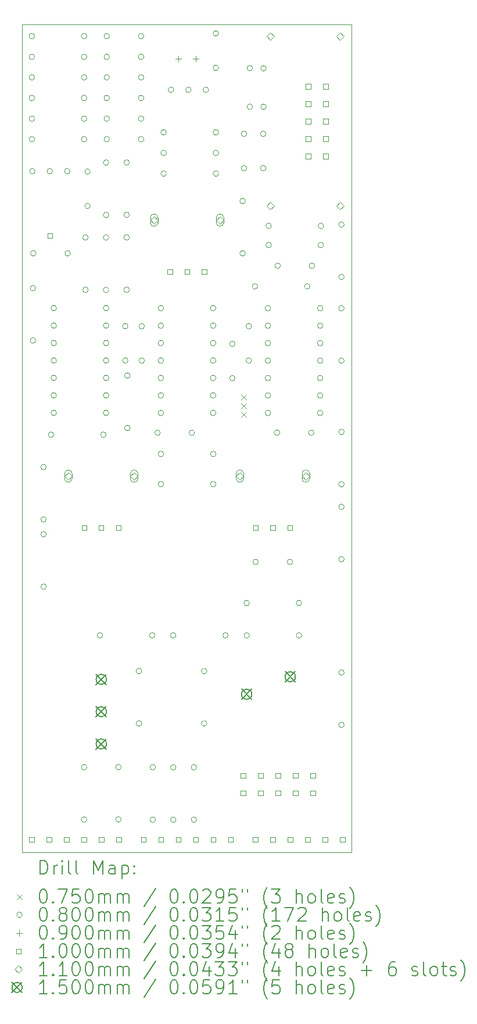
<source format=gbr>
%TF.GenerationSoftware,KiCad,Pcbnew,8.0.5*%
%TF.CreationDate,2024-12-04T18:38:04+01:00*%
%TF.ProjectId,DMH_S_H_Noise_PCB,444d485f-535f-4485-9f4e-6f6973655f50,1*%
%TF.SameCoordinates,Original*%
%TF.FileFunction,Drillmap*%
%TF.FilePolarity,Positive*%
%FSLAX45Y45*%
G04 Gerber Fmt 4.5, Leading zero omitted, Abs format (unit mm)*
G04 Created by KiCad (PCBNEW 8.0.5) date 2024-12-04 18:38:04*
%MOMM*%
%LPD*%
G01*
G04 APERTURE LIST*
%ADD10C,0.050000*%
%ADD11C,0.200000*%
%ADD12C,0.100000*%
%ADD13C,0.110000*%
%ADD14C,0.150000*%
G04 APERTURE END LIST*
D10*
X5100000Y-4250000D02*
X9900000Y-4250000D01*
X9900000Y-16300000D01*
X5100000Y-16300000D01*
X5100000Y-4250000D01*
D11*
D12*
X8287500Y-9632500D02*
X8362500Y-9707500D01*
X8362500Y-9632500D02*
X8287500Y-9707500D01*
X8287500Y-9759500D02*
X8362500Y-9834500D01*
X8362500Y-9759500D02*
X8287500Y-9834500D01*
X8287500Y-9886500D02*
X8362500Y-9961500D01*
X8362500Y-9886500D02*
X8287500Y-9961500D01*
X5279000Y-4420000D02*
G75*
G02*
X5199000Y-4420000I-40000J0D01*
G01*
X5199000Y-4420000D02*
G75*
G02*
X5279000Y-4420000I40000J0D01*
G01*
X5279000Y-4720000D02*
G75*
G02*
X5199000Y-4720000I-40000J0D01*
G01*
X5199000Y-4720000D02*
G75*
G02*
X5279000Y-4720000I40000J0D01*
G01*
X5279000Y-5020000D02*
G75*
G02*
X5199000Y-5020000I-40000J0D01*
G01*
X5199000Y-5020000D02*
G75*
G02*
X5279000Y-5020000I40000J0D01*
G01*
X5279000Y-5320000D02*
G75*
G02*
X5199000Y-5320000I-40000J0D01*
G01*
X5199000Y-5320000D02*
G75*
G02*
X5279000Y-5320000I40000J0D01*
G01*
X5279000Y-5620000D02*
G75*
G02*
X5199000Y-5620000I-40000J0D01*
G01*
X5199000Y-5620000D02*
G75*
G02*
X5279000Y-5620000I40000J0D01*
G01*
X5279000Y-5920000D02*
G75*
G02*
X5199000Y-5920000I-40000J0D01*
G01*
X5199000Y-5920000D02*
G75*
G02*
X5279000Y-5920000I40000J0D01*
G01*
X5286000Y-6384000D02*
G75*
G02*
X5206000Y-6384000I-40000J0D01*
G01*
X5206000Y-6384000D02*
G75*
G02*
X5286000Y-6384000I40000J0D01*
G01*
X5295000Y-8086500D02*
G75*
G02*
X5215000Y-8086500I-40000J0D01*
G01*
X5215000Y-8086500D02*
G75*
G02*
X5295000Y-8086500I40000J0D01*
G01*
X5295000Y-8848500D02*
G75*
G02*
X5215000Y-8848500I-40000J0D01*
G01*
X5215000Y-8848500D02*
G75*
G02*
X5295000Y-8848500I40000J0D01*
G01*
X5300000Y-7580000D02*
G75*
G02*
X5220000Y-7580000I-40000J0D01*
G01*
X5220000Y-7580000D02*
G75*
G02*
X5300000Y-7580000I40000J0D01*
G01*
X5450000Y-10689000D02*
G75*
G02*
X5370000Y-10689000I-40000J0D01*
G01*
X5370000Y-10689000D02*
G75*
G02*
X5450000Y-10689000I40000J0D01*
G01*
X5450000Y-11451000D02*
G75*
G02*
X5370000Y-11451000I-40000J0D01*
G01*
X5370000Y-11451000D02*
G75*
G02*
X5450000Y-11451000I40000J0D01*
G01*
X5450000Y-11669000D02*
G75*
G02*
X5370000Y-11669000I-40000J0D01*
G01*
X5370000Y-11669000D02*
G75*
G02*
X5450000Y-11669000I40000J0D01*
G01*
X5450000Y-12431000D02*
G75*
G02*
X5370000Y-12431000I-40000J0D01*
G01*
X5370000Y-12431000D02*
G75*
G02*
X5450000Y-12431000I40000J0D01*
G01*
X5540000Y-6384000D02*
G75*
G02*
X5460000Y-6384000I-40000J0D01*
G01*
X5460000Y-6384000D02*
G75*
G02*
X5540000Y-6384000I40000J0D01*
G01*
X5559000Y-10220000D02*
G75*
G02*
X5479000Y-10220000I-40000J0D01*
G01*
X5479000Y-10220000D02*
G75*
G02*
X5559000Y-10220000I40000J0D01*
G01*
X5598000Y-8377500D02*
G75*
G02*
X5518000Y-8377500I-40000J0D01*
G01*
X5518000Y-8377500D02*
G75*
G02*
X5598000Y-8377500I40000J0D01*
G01*
X5598000Y-8631500D02*
G75*
G02*
X5518000Y-8631500I-40000J0D01*
G01*
X5518000Y-8631500D02*
G75*
G02*
X5598000Y-8631500I40000J0D01*
G01*
X5598000Y-8885500D02*
G75*
G02*
X5518000Y-8885500I-40000J0D01*
G01*
X5518000Y-8885500D02*
G75*
G02*
X5598000Y-8885500I40000J0D01*
G01*
X5598000Y-9139500D02*
G75*
G02*
X5518000Y-9139500I-40000J0D01*
G01*
X5518000Y-9139500D02*
G75*
G02*
X5598000Y-9139500I40000J0D01*
G01*
X5598000Y-9393500D02*
G75*
G02*
X5518000Y-9393500I-40000J0D01*
G01*
X5518000Y-9393500D02*
G75*
G02*
X5598000Y-9393500I40000J0D01*
G01*
X5598000Y-9647500D02*
G75*
G02*
X5518000Y-9647500I-40000J0D01*
G01*
X5518000Y-9647500D02*
G75*
G02*
X5598000Y-9647500I40000J0D01*
G01*
X5598000Y-9901500D02*
G75*
G02*
X5518000Y-9901500I-40000J0D01*
G01*
X5518000Y-9901500D02*
G75*
G02*
X5598000Y-9901500I40000J0D01*
G01*
X5794000Y-6384000D02*
G75*
G02*
X5714000Y-6384000I-40000J0D01*
G01*
X5714000Y-6384000D02*
G75*
G02*
X5794000Y-6384000I40000J0D01*
G01*
X5800000Y-7580000D02*
G75*
G02*
X5720000Y-7580000I-40000J0D01*
G01*
X5720000Y-7580000D02*
G75*
G02*
X5800000Y-7580000I40000J0D01*
G01*
X6040000Y-15058000D02*
G75*
G02*
X5960000Y-15058000I-40000J0D01*
G01*
X5960000Y-15058000D02*
G75*
G02*
X6040000Y-15058000I40000J0D01*
G01*
X6040000Y-15820000D02*
G75*
G02*
X5960000Y-15820000I-40000J0D01*
G01*
X5960000Y-15820000D02*
G75*
G02*
X6040000Y-15820000I40000J0D01*
G01*
X6041000Y-4420000D02*
G75*
G02*
X5961000Y-4420000I-40000J0D01*
G01*
X5961000Y-4420000D02*
G75*
G02*
X6041000Y-4420000I40000J0D01*
G01*
X6041000Y-4720000D02*
G75*
G02*
X5961000Y-4720000I-40000J0D01*
G01*
X5961000Y-4720000D02*
G75*
G02*
X6041000Y-4720000I40000J0D01*
G01*
X6041000Y-5020000D02*
G75*
G02*
X5961000Y-5020000I-40000J0D01*
G01*
X5961000Y-5020000D02*
G75*
G02*
X6041000Y-5020000I40000J0D01*
G01*
X6041000Y-5320000D02*
G75*
G02*
X5961000Y-5320000I-40000J0D01*
G01*
X5961000Y-5320000D02*
G75*
G02*
X6041000Y-5320000I40000J0D01*
G01*
X6041000Y-5620000D02*
G75*
G02*
X5961000Y-5620000I-40000J0D01*
G01*
X5961000Y-5620000D02*
G75*
G02*
X6041000Y-5620000I40000J0D01*
G01*
X6041000Y-5920000D02*
G75*
G02*
X5961000Y-5920000I-40000J0D01*
G01*
X5961000Y-5920000D02*
G75*
G02*
X6041000Y-5920000I40000J0D01*
G01*
X6060000Y-7349000D02*
G75*
G02*
X5980000Y-7349000I-40000J0D01*
G01*
X5980000Y-7349000D02*
G75*
G02*
X6060000Y-7349000I40000J0D01*
G01*
X6060000Y-8111000D02*
G75*
G02*
X5980000Y-8111000I-40000J0D01*
G01*
X5980000Y-8111000D02*
G75*
G02*
X6060000Y-8111000I40000J0D01*
G01*
X6090000Y-6390000D02*
G75*
G02*
X6010000Y-6390000I-40000J0D01*
G01*
X6010000Y-6390000D02*
G75*
G02*
X6090000Y-6390000I40000J0D01*
G01*
X6090000Y-6890000D02*
G75*
G02*
X6010000Y-6890000I-40000J0D01*
G01*
X6010000Y-6890000D02*
G75*
G02*
X6090000Y-6890000I40000J0D01*
G01*
X6269000Y-13140000D02*
G75*
G02*
X6189000Y-13140000I-40000J0D01*
G01*
X6189000Y-13140000D02*
G75*
G02*
X6269000Y-13140000I40000J0D01*
G01*
X6321000Y-10220000D02*
G75*
G02*
X6241000Y-10220000I-40000J0D01*
G01*
X6241000Y-10220000D02*
G75*
G02*
X6321000Y-10220000I40000J0D01*
G01*
X6360000Y-6259000D02*
G75*
G02*
X6280000Y-6259000I-40000J0D01*
G01*
X6280000Y-6259000D02*
G75*
G02*
X6360000Y-6259000I40000J0D01*
G01*
X6360000Y-7021000D02*
G75*
G02*
X6280000Y-7021000I-40000J0D01*
G01*
X6280000Y-7021000D02*
G75*
G02*
X6360000Y-7021000I40000J0D01*
G01*
X6360000Y-7349000D02*
G75*
G02*
X6280000Y-7349000I-40000J0D01*
G01*
X6280000Y-7349000D02*
G75*
G02*
X6360000Y-7349000I40000J0D01*
G01*
X6360000Y-8111000D02*
G75*
G02*
X6280000Y-8111000I-40000J0D01*
G01*
X6280000Y-8111000D02*
G75*
G02*
X6360000Y-8111000I40000J0D01*
G01*
X6360000Y-8377500D02*
G75*
G02*
X6280000Y-8377500I-40000J0D01*
G01*
X6280000Y-8377500D02*
G75*
G02*
X6360000Y-8377500I40000J0D01*
G01*
X6360000Y-8631500D02*
G75*
G02*
X6280000Y-8631500I-40000J0D01*
G01*
X6280000Y-8631500D02*
G75*
G02*
X6360000Y-8631500I40000J0D01*
G01*
X6360000Y-8885500D02*
G75*
G02*
X6280000Y-8885500I-40000J0D01*
G01*
X6280000Y-8885500D02*
G75*
G02*
X6360000Y-8885500I40000J0D01*
G01*
X6360000Y-9139500D02*
G75*
G02*
X6280000Y-9139500I-40000J0D01*
G01*
X6280000Y-9139500D02*
G75*
G02*
X6360000Y-9139500I40000J0D01*
G01*
X6360000Y-9393500D02*
G75*
G02*
X6280000Y-9393500I-40000J0D01*
G01*
X6280000Y-9393500D02*
G75*
G02*
X6360000Y-9393500I40000J0D01*
G01*
X6360000Y-9647500D02*
G75*
G02*
X6280000Y-9647500I-40000J0D01*
G01*
X6280000Y-9647500D02*
G75*
G02*
X6360000Y-9647500I40000J0D01*
G01*
X6360000Y-9901500D02*
G75*
G02*
X6280000Y-9901500I-40000J0D01*
G01*
X6280000Y-9901500D02*
G75*
G02*
X6360000Y-9901500I40000J0D01*
G01*
X6370000Y-4420000D02*
G75*
G02*
X6290000Y-4420000I-40000J0D01*
G01*
X6290000Y-4420000D02*
G75*
G02*
X6370000Y-4420000I40000J0D01*
G01*
X6370000Y-4720000D02*
G75*
G02*
X6290000Y-4720000I-40000J0D01*
G01*
X6290000Y-4720000D02*
G75*
G02*
X6370000Y-4720000I40000J0D01*
G01*
X6370000Y-5020000D02*
G75*
G02*
X6290000Y-5020000I-40000J0D01*
G01*
X6290000Y-5020000D02*
G75*
G02*
X6370000Y-5020000I40000J0D01*
G01*
X6370000Y-5320000D02*
G75*
G02*
X6290000Y-5320000I-40000J0D01*
G01*
X6290000Y-5320000D02*
G75*
G02*
X6370000Y-5320000I40000J0D01*
G01*
X6370000Y-5620000D02*
G75*
G02*
X6290000Y-5620000I-40000J0D01*
G01*
X6290000Y-5620000D02*
G75*
G02*
X6370000Y-5620000I40000J0D01*
G01*
X6370000Y-5920000D02*
G75*
G02*
X6290000Y-5920000I-40000J0D01*
G01*
X6290000Y-5920000D02*
G75*
G02*
X6370000Y-5920000I40000J0D01*
G01*
X6540000Y-15056500D02*
G75*
G02*
X6460000Y-15056500I-40000J0D01*
G01*
X6460000Y-15056500D02*
G75*
G02*
X6540000Y-15056500I40000J0D01*
G01*
X6540000Y-15818500D02*
G75*
G02*
X6460000Y-15818500I-40000J0D01*
G01*
X6460000Y-15818500D02*
G75*
G02*
X6540000Y-15818500I40000J0D01*
G01*
X6640000Y-8640000D02*
G75*
G02*
X6560000Y-8640000I-40000J0D01*
G01*
X6560000Y-8640000D02*
G75*
G02*
X6640000Y-8640000I40000J0D01*
G01*
X6640000Y-9140000D02*
G75*
G02*
X6560000Y-9140000I-40000J0D01*
G01*
X6560000Y-9140000D02*
G75*
G02*
X6640000Y-9140000I40000J0D01*
G01*
X6660000Y-6259000D02*
G75*
G02*
X6580000Y-6259000I-40000J0D01*
G01*
X6580000Y-6259000D02*
G75*
G02*
X6660000Y-6259000I40000J0D01*
G01*
X6660000Y-7021000D02*
G75*
G02*
X6580000Y-7021000I-40000J0D01*
G01*
X6580000Y-7021000D02*
G75*
G02*
X6660000Y-7021000I40000J0D01*
G01*
X6660000Y-7349000D02*
G75*
G02*
X6580000Y-7349000I-40000J0D01*
G01*
X6580000Y-7349000D02*
G75*
G02*
X6660000Y-7349000I40000J0D01*
G01*
X6660000Y-8111000D02*
G75*
G02*
X6580000Y-8111000I-40000J0D01*
G01*
X6580000Y-8111000D02*
G75*
G02*
X6660000Y-8111000I40000J0D01*
G01*
X6670000Y-9359000D02*
G75*
G02*
X6590000Y-9359000I-40000J0D01*
G01*
X6590000Y-9359000D02*
G75*
G02*
X6670000Y-9359000I40000J0D01*
G01*
X6670000Y-10121000D02*
G75*
G02*
X6590000Y-10121000I-40000J0D01*
G01*
X6590000Y-10121000D02*
G75*
G02*
X6670000Y-10121000I40000J0D01*
G01*
X6840000Y-13659000D02*
G75*
G02*
X6760000Y-13659000I-40000J0D01*
G01*
X6760000Y-13659000D02*
G75*
G02*
X6840000Y-13659000I40000J0D01*
G01*
X6840000Y-14421000D02*
G75*
G02*
X6760000Y-14421000I-40000J0D01*
G01*
X6760000Y-14421000D02*
G75*
G02*
X6840000Y-14421000I40000J0D01*
G01*
X6870000Y-4420000D02*
G75*
G02*
X6790000Y-4420000I-40000J0D01*
G01*
X6790000Y-4420000D02*
G75*
G02*
X6870000Y-4420000I40000J0D01*
G01*
X6870000Y-4720000D02*
G75*
G02*
X6790000Y-4720000I-40000J0D01*
G01*
X6790000Y-4720000D02*
G75*
G02*
X6870000Y-4720000I40000J0D01*
G01*
X6870000Y-5020000D02*
G75*
G02*
X6790000Y-5020000I-40000J0D01*
G01*
X6790000Y-5020000D02*
G75*
G02*
X6870000Y-5020000I40000J0D01*
G01*
X6870000Y-5320000D02*
G75*
G02*
X6790000Y-5320000I-40000J0D01*
G01*
X6790000Y-5320000D02*
G75*
G02*
X6870000Y-5320000I40000J0D01*
G01*
X6870000Y-5620000D02*
G75*
G02*
X6790000Y-5620000I-40000J0D01*
G01*
X6790000Y-5620000D02*
G75*
G02*
X6870000Y-5620000I40000J0D01*
G01*
X6870000Y-5920000D02*
G75*
G02*
X6790000Y-5920000I-40000J0D01*
G01*
X6790000Y-5920000D02*
G75*
G02*
X6870000Y-5920000I40000J0D01*
G01*
X6880000Y-8640000D02*
G75*
G02*
X6800000Y-8640000I-40000J0D01*
G01*
X6800000Y-8640000D02*
G75*
G02*
X6880000Y-8640000I40000J0D01*
G01*
X6880000Y-9140000D02*
G75*
G02*
X6800000Y-9140000I-40000J0D01*
G01*
X6800000Y-9140000D02*
G75*
G02*
X6880000Y-9140000I40000J0D01*
G01*
X7031000Y-13140000D02*
G75*
G02*
X6951000Y-13140000I-40000J0D01*
G01*
X6951000Y-13140000D02*
G75*
G02*
X7031000Y-13140000I40000J0D01*
G01*
X7040000Y-15059000D02*
G75*
G02*
X6960000Y-15059000I-40000J0D01*
G01*
X6960000Y-15059000D02*
G75*
G02*
X7040000Y-15059000I40000J0D01*
G01*
X7040000Y-15821000D02*
G75*
G02*
X6960000Y-15821000I-40000J0D01*
G01*
X6960000Y-15821000D02*
G75*
G02*
X7040000Y-15821000I40000J0D01*
G01*
X7110000Y-10190000D02*
G75*
G02*
X7030000Y-10190000I-40000J0D01*
G01*
X7030000Y-10190000D02*
G75*
G02*
X7110000Y-10190000I40000J0D01*
G01*
X7158000Y-8377500D02*
G75*
G02*
X7078000Y-8377500I-40000J0D01*
G01*
X7078000Y-8377500D02*
G75*
G02*
X7158000Y-8377500I40000J0D01*
G01*
X7158000Y-8631500D02*
G75*
G02*
X7078000Y-8631500I-40000J0D01*
G01*
X7078000Y-8631500D02*
G75*
G02*
X7158000Y-8631500I40000J0D01*
G01*
X7158000Y-8885500D02*
G75*
G02*
X7078000Y-8885500I-40000J0D01*
G01*
X7078000Y-8885500D02*
G75*
G02*
X7158000Y-8885500I40000J0D01*
G01*
X7158000Y-9139500D02*
G75*
G02*
X7078000Y-9139500I-40000J0D01*
G01*
X7078000Y-9139500D02*
G75*
G02*
X7158000Y-9139500I40000J0D01*
G01*
X7158000Y-9393500D02*
G75*
G02*
X7078000Y-9393500I-40000J0D01*
G01*
X7078000Y-9393500D02*
G75*
G02*
X7158000Y-9393500I40000J0D01*
G01*
X7158000Y-9647500D02*
G75*
G02*
X7078000Y-9647500I-40000J0D01*
G01*
X7078000Y-9647500D02*
G75*
G02*
X7158000Y-9647500I40000J0D01*
G01*
X7158000Y-9901500D02*
G75*
G02*
X7078000Y-9901500I-40000J0D01*
G01*
X7078000Y-9901500D02*
G75*
G02*
X7158000Y-9901500I40000J0D01*
G01*
X7159000Y-10500000D02*
G75*
G02*
X7079000Y-10500000I-40000J0D01*
G01*
X7079000Y-10500000D02*
G75*
G02*
X7159000Y-10500000I40000J0D01*
G01*
X7159000Y-10940000D02*
G75*
G02*
X7079000Y-10940000I-40000J0D01*
G01*
X7079000Y-10940000D02*
G75*
G02*
X7159000Y-10940000I40000J0D01*
G01*
X7198000Y-6120000D02*
G75*
G02*
X7118000Y-6120000I-40000J0D01*
G01*
X7118000Y-6120000D02*
G75*
G02*
X7198000Y-6120000I40000J0D01*
G01*
X7199000Y-5820000D02*
G75*
G02*
X7119000Y-5820000I-40000J0D01*
G01*
X7119000Y-5820000D02*
G75*
G02*
X7199000Y-5820000I40000J0D01*
G01*
X7199000Y-6420000D02*
G75*
G02*
X7119000Y-6420000I-40000J0D01*
G01*
X7119000Y-6420000D02*
G75*
G02*
X7199000Y-6420000I40000J0D01*
G01*
X7306000Y-5200000D02*
G75*
G02*
X7226000Y-5200000I-40000J0D01*
G01*
X7226000Y-5200000D02*
G75*
G02*
X7306000Y-5200000I40000J0D01*
G01*
X7339000Y-13140000D02*
G75*
G02*
X7259000Y-13140000I-40000J0D01*
G01*
X7259000Y-13140000D02*
G75*
G02*
X7339000Y-13140000I40000J0D01*
G01*
X7340000Y-15059000D02*
G75*
G02*
X7260000Y-15059000I-40000J0D01*
G01*
X7260000Y-15059000D02*
G75*
G02*
X7340000Y-15059000I40000J0D01*
G01*
X7340000Y-15821000D02*
G75*
G02*
X7260000Y-15821000I-40000J0D01*
G01*
X7260000Y-15821000D02*
G75*
G02*
X7340000Y-15821000I40000J0D01*
G01*
X7560000Y-5200000D02*
G75*
G02*
X7480000Y-5200000I-40000J0D01*
G01*
X7480000Y-5200000D02*
G75*
G02*
X7560000Y-5200000I40000J0D01*
G01*
X7610000Y-10190000D02*
G75*
G02*
X7530000Y-10190000I-40000J0D01*
G01*
X7530000Y-10190000D02*
G75*
G02*
X7610000Y-10190000I40000J0D01*
G01*
X7640000Y-15059000D02*
G75*
G02*
X7560000Y-15059000I-40000J0D01*
G01*
X7560000Y-15059000D02*
G75*
G02*
X7640000Y-15059000I40000J0D01*
G01*
X7640000Y-15821000D02*
G75*
G02*
X7560000Y-15821000I-40000J0D01*
G01*
X7560000Y-15821000D02*
G75*
G02*
X7640000Y-15821000I40000J0D01*
G01*
X7790000Y-13659000D02*
G75*
G02*
X7710000Y-13659000I-40000J0D01*
G01*
X7710000Y-13659000D02*
G75*
G02*
X7790000Y-13659000I40000J0D01*
G01*
X7790000Y-14421000D02*
G75*
G02*
X7710000Y-14421000I-40000J0D01*
G01*
X7710000Y-14421000D02*
G75*
G02*
X7790000Y-14421000I40000J0D01*
G01*
X7814000Y-5200000D02*
G75*
G02*
X7734000Y-5200000I-40000J0D01*
G01*
X7734000Y-5200000D02*
G75*
G02*
X7814000Y-5200000I40000J0D01*
G01*
X7920000Y-8377500D02*
G75*
G02*
X7840000Y-8377500I-40000J0D01*
G01*
X7840000Y-8377500D02*
G75*
G02*
X7920000Y-8377500I40000J0D01*
G01*
X7920000Y-8631500D02*
G75*
G02*
X7840000Y-8631500I-40000J0D01*
G01*
X7840000Y-8631500D02*
G75*
G02*
X7920000Y-8631500I40000J0D01*
G01*
X7920000Y-8885500D02*
G75*
G02*
X7840000Y-8885500I-40000J0D01*
G01*
X7840000Y-8885500D02*
G75*
G02*
X7920000Y-8885500I40000J0D01*
G01*
X7920000Y-9139500D02*
G75*
G02*
X7840000Y-9139500I-40000J0D01*
G01*
X7840000Y-9139500D02*
G75*
G02*
X7920000Y-9139500I40000J0D01*
G01*
X7920000Y-9393500D02*
G75*
G02*
X7840000Y-9393500I-40000J0D01*
G01*
X7840000Y-9393500D02*
G75*
G02*
X7920000Y-9393500I40000J0D01*
G01*
X7920000Y-9647500D02*
G75*
G02*
X7840000Y-9647500I-40000J0D01*
G01*
X7840000Y-9647500D02*
G75*
G02*
X7920000Y-9647500I40000J0D01*
G01*
X7920000Y-9901500D02*
G75*
G02*
X7840000Y-9901500I-40000J0D01*
G01*
X7840000Y-9901500D02*
G75*
G02*
X7920000Y-9901500I40000J0D01*
G01*
X7921000Y-10500000D02*
G75*
G02*
X7841000Y-10500000I-40000J0D01*
G01*
X7841000Y-10500000D02*
G75*
G02*
X7921000Y-10500000I40000J0D01*
G01*
X7921000Y-10940000D02*
G75*
G02*
X7841000Y-10940000I-40000J0D01*
G01*
X7841000Y-10940000D02*
G75*
G02*
X7921000Y-10940000I40000J0D01*
G01*
X7960000Y-4380000D02*
G75*
G02*
X7880000Y-4380000I-40000J0D01*
G01*
X7880000Y-4380000D02*
G75*
G02*
X7960000Y-4380000I40000J0D01*
G01*
X7960000Y-4880000D02*
G75*
G02*
X7880000Y-4880000I-40000J0D01*
G01*
X7880000Y-4880000D02*
G75*
G02*
X7960000Y-4880000I40000J0D01*
G01*
X7960000Y-6120000D02*
G75*
G02*
X7880000Y-6120000I-40000J0D01*
G01*
X7880000Y-6120000D02*
G75*
G02*
X7960000Y-6120000I40000J0D01*
G01*
X7961000Y-5820000D02*
G75*
G02*
X7881000Y-5820000I-40000J0D01*
G01*
X7881000Y-5820000D02*
G75*
G02*
X7961000Y-5820000I40000J0D01*
G01*
X7961000Y-6420000D02*
G75*
G02*
X7881000Y-6420000I-40000J0D01*
G01*
X7881000Y-6420000D02*
G75*
G02*
X7961000Y-6420000I40000J0D01*
G01*
X8101000Y-13140000D02*
G75*
G02*
X8021000Y-13140000I-40000J0D01*
G01*
X8021000Y-13140000D02*
G75*
G02*
X8101000Y-13140000I40000J0D01*
G01*
X8200000Y-8897500D02*
G75*
G02*
X8120000Y-8897500I-40000J0D01*
G01*
X8120000Y-8897500D02*
G75*
G02*
X8200000Y-8897500I40000J0D01*
G01*
X8200000Y-9397500D02*
G75*
G02*
X8120000Y-9397500I-40000J0D01*
G01*
X8120000Y-9397500D02*
G75*
G02*
X8200000Y-9397500I40000J0D01*
G01*
X8350000Y-6819000D02*
G75*
G02*
X8270000Y-6819000I-40000J0D01*
G01*
X8270000Y-6819000D02*
G75*
G02*
X8350000Y-6819000I40000J0D01*
G01*
X8350000Y-7581000D02*
G75*
G02*
X8270000Y-7581000I-40000J0D01*
G01*
X8270000Y-7581000D02*
G75*
G02*
X8350000Y-7581000I40000J0D01*
G01*
X8370000Y-5840000D02*
G75*
G02*
X8290000Y-5840000I-40000J0D01*
G01*
X8290000Y-5840000D02*
G75*
G02*
X8370000Y-5840000I40000J0D01*
G01*
X8370000Y-6340000D02*
G75*
G02*
X8290000Y-6340000I-40000J0D01*
G01*
X8290000Y-6340000D02*
G75*
G02*
X8370000Y-6340000I40000J0D01*
G01*
X8409000Y-12670000D02*
G75*
G02*
X8329000Y-12670000I-40000J0D01*
G01*
X8329000Y-12670000D02*
G75*
G02*
X8409000Y-12670000I40000J0D01*
G01*
X8409000Y-13140000D02*
G75*
G02*
X8329000Y-13140000I-40000J0D01*
G01*
X8329000Y-13140000D02*
G75*
G02*
X8409000Y-13140000I40000J0D01*
G01*
X8440000Y-8640000D02*
G75*
G02*
X8360000Y-8640000I-40000J0D01*
G01*
X8360000Y-8640000D02*
G75*
G02*
X8440000Y-8640000I40000J0D01*
G01*
X8440000Y-9140000D02*
G75*
G02*
X8360000Y-9140000I-40000J0D01*
G01*
X8360000Y-9140000D02*
G75*
G02*
X8440000Y-9140000I40000J0D01*
G01*
X8454489Y-4887500D02*
G75*
G02*
X8374489Y-4887500I-40000J0D01*
G01*
X8374489Y-4887500D02*
G75*
G02*
X8454489Y-4887500I40000J0D01*
G01*
X8455511Y-5447500D02*
G75*
G02*
X8375511Y-5447500I-40000J0D01*
G01*
X8375511Y-5447500D02*
G75*
G02*
X8455511Y-5447500I40000J0D01*
G01*
X8529000Y-8060000D02*
G75*
G02*
X8449000Y-8060000I-40000J0D01*
G01*
X8449000Y-8060000D02*
G75*
G02*
X8529000Y-8060000I40000J0D01*
G01*
X8540000Y-12070000D02*
G75*
G02*
X8460000Y-12070000I-40000J0D01*
G01*
X8460000Y-12070000D02*
G75*
G02*
X8540000Y-12070000I40000J0D01*
G01*
X8650000Y-5840000D02*
G75*
G02*
X8570000Y-5840000I-40000J0D01*
G01*
X8570000Y-5840000D02*
G75*
G02*
X8650000Y-5840000I40000J0D01*
G01*
X8650000Y-6340000D02*
G75*
G02*
X8570000Y-6340000I-40000J0D01*
G01*
X8570000Y-6340000D02*
G75*
G02*
X8650000Y-6340000I40000J0D01*
G01*
X8654489Y-4887500D02*
G75*
G02*
X8574489Y-4887500I-40000J0D01*
G01*
X8574489Y-4887500D02*
G75*
G02*
X8654489Y-4887500I40000J0D01*
G01*
X8655511Y-5447500D02*
G75*
G02*
X8575511Y-5447500I-40000J0D01*
G01*
X8575511Y-5447500D02*
G75*
G02*
X8655511Y-5447500I40000J0D01*
G01*
X8718000Y-8377500D02*
G75*
G02*
X8638000Y-8377500I-40000J0D01*
G01*
X8638000Y-8377500D02*
G75*
G02*
X8718000Y-8377500I40000J0D01*
G01*
X8718000Y-8631500D02*
G75*
G02*
X8638000Y-8631500I-40000J0D01*
G01*
X8638000Y-8631500D02*
G75*
G02*
X8718000Y-8631500I40000J0D01*
G01*
X8718000Y-8885500D02*
G75*
G02*
X8638000Y-8885500I-40000J0D01*
G01*
X8638000Y-8885500D02*
G75*
G02*
X8718000Y-8885500I40000J0D01*
G01*
X8718000Y-9139500D02*
G75*
G02*
X8638000Y-9139500I-40000J0D01*
G01*
X8638000Y-9139500D02*
G75*
G02*
X8718000Y-9139500I40000J0D01*
G01*
X8718000Y-9393500D02*
G75*
G02*
X8638000Y-9393500I-40000J0D01*
G01*
X8638000Y-9393500D02*
G75*
G02*
X8718000Y-9393500I40000J0D01*
G01*
X8718000Y-9647500D02*
G75*
G02*
X8638000Y-9647500I-40000J0D01*
G01*
X8638000Y-9647500D02*
G75*
G02*
X8718000Y-9647500I40000J0D01*
G01*
X8718000Y-9901500D02*
G75*
G02*
X8638000Y-9901500I-40000J0D01*
G01*
X8638000Y-9901500D02*
G75*
G02*
X8718000Y-9901500I40000J0D01*
G01*
X8729000Y-7180000D02*
G75*
G02*
X8649000Y-7180000I-40000J0D01*
G01*
X8649000Y-7180000D02*
G75*
G02*
X8729000Y-7180000I40000J0D01*
G01*
X8729000Y-7460000D02*
G75*
G02*
X8649000Y-7460000I-40000J0D01*
G01*
X8649000Y-7460000D02*
G75*
G02*
X8729000Y-7460000I40000J0D01*
G01*
X8850000Y-10190000D02*
G75*
G02*
X8770000Y-10190000I-40000J0D01*
G01*
X8770000Y-10190000D02*
G75*
G02*
X8850000Y-10190000I40000J0D01*
G01*
X8860000Y-7760000D02*
G75*
G02*
X8780000Y-7760000I-40000J0D01*
G01*
X8780000Y-7760000D02*
G75*
G02*
X8860000Y-7760000I40000J0D01*
G01*
X9040000Y-12070000D02*
G75*
G02*
X8960000Y-12070000I-40000J0D01*
G01*
X8960000Y-12070000D02*
G75*
G02*
X9040000Y-12070000I40000J0D01*
G01*
X9171000Y-12670000D02*
G75*
G02*
X9091000Y-12670000I-40000J0D01*
G01*
X9091000Y-12670000D02*
G75*
G02*
X9171000Y-12670000I40000J0D01*
G01*
X9171000Y-13140000D02*
G75*
G02*
X9091000Y-13140000I-40000J0D01*
G01*
X9091000Y-13140000D02*
G75*
G02*
X9171000Y-13140000I40000J0D01*
G01*
X9291000Y-8060000D02*
G75*
G02*
X9211000Y-8060000I-40000J0D01*
G01*
X9211000Y-8060000D02*
G75*
G02*
X9291000Y-8060000I40000J0D01*
G01*
X9350000Y-10190000D02*
G75*
G02*
X9270000Y-10190000I-40000J0D01*
G01*
X9270000Y-10190000D02*
G75*
G02*
X9350000Y-10190000I40000J0D01*
G01*
X9360000Y-7760000D02*
G75*
G02*
X9280000Y-7760000I-40000J0D01*
G01*
X9280000Y-7760000D02*
G75*
G02*
X9360000Y-7760000I40000J0D01*
G01*
X9480000Y-8377500D02*
G75*
G02*
X9400000Y-8377500I-40000J0D01*
G01*
X9400000Y-8377500D02*
G75*
G02*
X9480000Y-8377500I40000J0D01*
G01*
X9480000Y-8631500D02*
G75*
G02*
X9400000Y-8631500I-40000J0D01*
G01*
X9400000Y-8631500D02*
G75*
G02*
X9480000Y-8631500I40000J0D01*
G01*
X9480000Y-8885500D02*
G75*
G02*
X9400000Y-8885500I-40000J0D01*
G01*
X9400000Y-8885500D02*
G75*
G02*
X9480000Y-8885500I40000J0D01*
G01*
X9480000Y-9139500D02*
G75*
G02*
X9400000Y-9139500I-40000J0D01*
G01*
X9400000Y-9139500D02*
G75*
G02*
X9480000Y-9139500I40000J0D01*
G01*
X9480000Y-9393500D02*
G75*
G02*
X9400000Y-9393500I-40000J0D01*
G01*
X9400000Y-9393500D02*
G75*
G02*
X9480000Y-9393500I40000J0D01*
G01*
X9480000Y-9647500D02*
G75*
G02*
X9400000Y-9647500I-40000J0D01*
G01*
X9400000Y-9647500D02*
G75*
G02*
X9480000Y-9647500I40000J0D01*
G01*
X9480000Y-9901500D02*
G75*
G02*
X9400000Y-9901500I-40000J0D01*
G01*
X9400000Y-9901500D02*
G75*
G02*
X9480000Y-9901500I40000J0D01*
G01*
X9491000Y-7180000D02*
G75*
G02*
X9411000Y-7180000I-40000J0D01*
G01*
X9411000Y-7180000D02*
G75*
G02*
X9491000Y-7180000I40000J0D01*
G01*
X9491000Y-7460000D02*
G75*
G02*
X9411000Y-7460000I-40000J0D01*
G01*
X9411000Y-7460000D02*
G75*
G02*
X9491000Y-7460000I40000J0D01*
G01*
X9790000Y-7161500D02*
G75*
G02*
X9710000Y-7161500I-40000J0D01*
G01*
X9710000Y-7161500D02*
G75*
G02*
X9790000Y-7161500I40000J0D01*
G01*
X9790000Y-7923500D02*
G75*
G02*
X9710000Y-7923500I-40000J0D01*
G01*
X9710000Y-7923500D02*
G75*
G02*
X9790000Y-7923500I40000J0D01*
G01*
X9790000Y-8380000D02*
G75*
G02*
X9710000Y-8380000I-40000J0D01*
G01*
X9710000Y-8380000D02*
G75*
G02*
X9790000Y-8380000I40000J0D01*
G01*
X9790000Y-9142000D02*
G75*
G02*
X9710000Y-9142000I-40000J0D01*
G01*
X9710000Y-9142000D02*
G75*
G02*
X9790000Y-9142000I40000J0D01*
G01*
X9790000Y-10179000D02*
G75*
G02*
X9710000Y-10179000I-40000J0D01*
G01*
X9710000Y-10179000D02*
G75*
G02*
X9790000Y-10179000I40000J0D01*
G01*
X9790000Y-10941000D02*
G75*
G02*
X9710000Y-10941000I-40000J0D01*
G01*
X9710000Y-10941000D02*
G75*
G02*
X9790000Y-10941000I40000J0D01*
G01*
X9790000Y-11270000D02*
G75*
G02*
X9710000Y-11270000I-40000J0D01*
G01*
X9710000Y-11270000D02*
G75*
G02*
X9790000Y-11270000I40000J0D01*
G01*
X9790000Y-12032000D02*
G75*
G02*
X9710000Y-12032000I-40000J0D01*
G01*
X9710000Y-12032000D02*
G75*
G02*
X9790000Y-12032000I40000J0D01*
G01*
X9790000Y-13679000D02*
G75*
G02*
X9710000Y-13679000I-40000J0D01*
G01*
X9710000Y-13679000D02*
G75*
G02*
X9790000Y-13679000I40000J0D01*
G01*
X9790000Y-14441000D02*
G75*
G02*
X9710000Y-14441000I-40000J0D01*
G01*
X9710000Y-14441000D02*
G75*
G02*
X9790000Y-14441000I40000J0D01*
G01*
X7372500Y-4705000D02*
X7372500Y-4795000D01*
X7327500Y-4750000D02*
X7417500Y-4750000D01*
X7626500Y-4705000D02*
X7626500Y-4795000D01*
X7581500Y-4750000D02*
X7671500Y-4750000D01*
X5270356Y-16145356D02*
X5270356Y-16074644D01*
X5199644Y-16074644D01*
X5199644Y-16145356D01*
X5270356Y-16145356D01*
X5524356Y-16145356D02*
X5524356Y-16074644D01*
X5453644Y-16074644D01*
X5453644Y-16145356D01*
X5524356Y-16145356D01*
X5535356Y-7355356D02*
X5535356Y-7284644D01*
X5464644Y-7284644D01*
X5464644Y-7355356D01*
X5535356Y-7355356D01*
X5778356Y-16145356D02*
X5778356Y-16074644D01*
X5707644Y-16074644D01*
X5707644Y-16145356D01*
X5778356Y-16145356D01*
X6032356Y-16145356D02*
X6032356Y-16074644D01*
X5961644Y-16074644D01*
X5961644Y-16145356D01*
X6032356Y-16145356D01*
X6035356Y-11607856D02*
X6035356Y-11537144D01*
X5964644Y-11537144D01*
X5964644Y-11607856D01*
X6035356Y-11607856D01*
X6285356Y-11607856D02*
X6285356Y-11537144D01*
X6214644Y-11537144D01*
X6214644Y-11607856D01*
X6285356Y-11607856D01*
X6286356Y-16145356D02*
X6286356Y-16074644D01*
X6215644Y-16074644D01*
X6215644Y-16145356D01*
X6286356Y-16145356D01*
X6535356Y-11607856D02*
X6535356Y-11537144D01*
X6464644Y-11537144D01*
X6464644Y-11607856D01*
X6535356Y-11607856D01*
X6540356Y-16145356D02*
X6540356Y-16074644D01*
X6469644Y-16074644D01*
X6469644Y-16145356D01*
X6540356Y-16145356D01*
X6900356Y-16145356D02*
X6900356Y-16074644D01*
X6829644Y-16074644D01*
X6829644Y-16145356D01*
X6900356Y-16145356D01*
X7154356Y-16145356D02*
X7154356Y-16074644D01*
X7083644Y-16074644D01*
X7083644Y-16145356D01*
X7154356Y-16145356D01*
X7285356Y-7882856D02*
X7285356Y-7812144D01*
X7214644Y-7812144D01*
X7214644Y-7882856D01*
X7285356Y-7882856D01*
X7408356Y-16145356D02*
X7408356Y-16074644D01*
X7337644Y-16074644D01*
X7337644Y-16145356D01*
X7408356Y-16145356D01*
X7535356Y-7882856D02*
X7535356Y-7812144D01*
X7464644Y-7812144D01*
X7464644Y-7882856D01*
X7535356Y-7882856D01*
X7662356Y-16145356D02*
X7662356Y-16074644D01*
X7591644Y-16074644D01*
X7591644Y-16145356D01*
X7662356Y-16145356D01*
X7785356Y-7882856D02*
X7785356Y-7812144D01*
X7714644Y-7812144D01*
X7714644Y-7882856D01*
X7785356Y-7882856D01*
X7916356Y-16145356D02*
X7916356Y-16074644D01*
X7845644Y-16074644D01*
X7845644Y-16145356D01*
X7916356Y-16145356D01*
X8170356Y-16145356D02*
X8170356Y-16074644D01*
X8099644Y-16074644D01*
X8099644Y-16145356D01*
X8170356Y-16145356D01*
X8352356Y-15216606D02*
X8352356Y-15145894D01*
X8281644Y-15145894D01*
X8281644Y-15216606D01*
X8352356Y-15216606D01*
X8352356Y-15470606D02*
X8352356Y-15399894D01*
X8281644Y-15399894D01*
X8281644Y-15470606D01*
X8352356Y-15470606D01*
X8530356Y-16145356D02*
X8530356Y-16074644D01*
X8459644Y-16074644D01*
X8459644Y-16145356D01*
X8530356Y-16145356D01*
X8535356Y-11607856D02*
X8535356Y-11537144D01*
X8464644Y-11537144D01*
X8464644Y-11607856D01*
X8535356Y-11607856D01*
X8606356Y-15216606D02*
X8606356Y-15145894D01*
X8535644Y-15145894D01*
X8535644Y-15216606D01*
X8606356Y-15216606D01*
X8606356Y-15470606D02*
X8606356Y-15399894D01*
X8535644Y-15399894D01*
X8535644Y-15470606D01*
X8606356Y-15470606D01*
X8784356Y-16145356D02*
X8784356Y-16074644D01*
X8713644Y-16074644D01*
X8713644Y-16145356D01*
X8784356Y-16145356D01*
X8785356Y-11607856D02*
X8785356Y-11537144D01*
X8714644Y-11537144D01*
X8714644Y-11607856D01*
X8785356Y-11607856D01*
X8860356Y-15216606D02*
X8860356Y-15145894D01*
X8789644Y-15145894D01*
X8789644Y-15216606D01*
X8860356Y-15216606D01*
X8860356Y-15470606D02*
X8860356Y-15399894D01*
X8789644Y-15399894D01*
X8789644Y-15470606D01*
X8860356Y-15470606D01*
X9035356Y-11607856D02*
X9035356Y-11537144D01*
X8964644Y-11537144D01*
X8964644Y-11607856D01*
X9035356Y-11607856D01*
X9038356Y-16145356D02*
X9038356Y-16074644D01*
X8967644Y-16074644D01*
X8967644Y-16145356D01*
X9038356Y-16145356D01*
X9114356Y-15216606D02*
X9114356Y-15145894D01*
X9043644Y-15145894D01*
X9043644Y-15216606D01*
X9114356Y-15216606D01*
X9114356Y-15470606D02*
X9114356Y-15399894D01*
X9043644Y-15399894D01*
X9043644Y-15470606D01*
X9114356Y-15470606D01*
X9292356Y-16145356D02*
X9292356Y-16074644D01*
X9221644Y-16074644D01*
X9221644Y-16145356D01*
X9292356Y-16145356D01*
X9300106Y-5187356D02*
X9300106Y-5116644D01*
X9229394Y-5116644D01*
X9229394Y-5187356D01*
X9300106Y-5187356D01*
X9300106Y-5441356D02*
X9300106Y-5370644D01*
X9229394Y-5370644D01*
X9229394Y-5441356D01*
X9300106Y-5441356D01*
X9300106Y-5695356D02*
X9300106Y-5624644D01*
X9229394Y-5624644D01*
X9229394Y-5695356D01*
X9300106Y-5695356D01*
X9300106Y-5949356D02*
X9300106Y-5878644D01*
X9229394Y-5878644D01*
X9229394Y-5949356D01*
X9300106Y-5949356D01*
X9300106Y-6203356D02*
X9300106Y-6132644D01*
X9229394Y-6132644D01*
X9229394Y-6203356D01*
X9300106Y-6203356D01*
X9368356Y-15216606D02*
X9368356Y-15145894D01*
X9297644Y-15145894D01*
X9297644Y-15216606D01*
X9368356Y-15216606D01*
X9368356Y-15470606D02*
X9368356Y-15399894D01*
X9297644Y-15399894D01*
X9297644Y-15470606D01*
X9368356Y-15470606D01*
X9546356Y-16145356D02*
X9546356Y-16074644D01*
X9475644Y-16074644D01*
X9475644Y-16145356D01*
X9546356Y-16145356D01*
X9554106Y-5187356D02*
X9554106Y-5116644D01*
X9483394Y-5116644D01*
X9483394Y-5187356D01*
X9554106Y-5187356D01*
X9554106Y-5441356D02*
X9554106Y-5370644D01*
X9483394Y-5370644D01*
X9483394Y-5441356D01*
X9554106Y-5441356D01*
X9554106Y-5695356D02*
X9554106Y-5624644D01*
X9483394Y-5624644D01*
X9483394Y-5695356D01*
X9554106Y-5695356D01*
X9554106Y-5949356D02*
X9554106Y-5878644D01*
X9483394Y-5878644D01*
X9483394Y-5949356D01*
X9554106Y-5949356D01*
X9554106Y-6203356D02*
X9554106Y-6132644D01*
X9483394Y-6132644D01*
X9483394Y-6203356D01*
X9554106Y-6203356D01*
X9800356Y-16145356D02*
X9800356Y-16074644D01*
X9729644Y-16074644D01*
X9729644Y-16145356D01*
X9800356Y-16145356D01*
D13*
X5770000Y-10877500D02*
X5825000Y-10822500D01*
X5770000Y-10767500D01*
X5715000Y-10822500D01*
X5770000Y-10877500D01*
D12*
X5825000Y-10857500D02*
X5825000Y-10787500D01*
X5715000Y-10787500D02*
G75*
G02*
X5825000Y-10787500I55000J0D01*
G01*
X5715000Y-10787500D02*
X5715000Y-10857500D01*
X5715000Y-10857500D02*
G75*
G03*
X5825000Y-10857500I55000J0D01*
G01*
D13*
X6730000Y-10877500D02*
X6785000Y-10822500D01*
X6730000Y-10767500D01*
X6675000Y-10822500D01*
X6730000Y-10877500D01*
D12*
X6785000Y-10857500D02*
X6785000Y-10787500D01*
X6675000Y-10787500D02*
G75*
G02*
X6785000Y-10787500I55000J0D01*
G01*
X6675000Y-10787500D02*
X6675000Y-10857500D01*
X6675000Y-10857500D02*
G75*
G03*
X6785000Y-10857500I55000J0D01*
G01*
D13*
X7020000Y-7152500D02*
X7075000Y-7097500D01*
X7020000Y-7042500D01*
X6965000Y-7097500D01*
X7020000Y-7152500D01*
D12*
X7075000Y-7132500D02*
X7075000Y-7062500D01*
X6965000Y-7062500D02*
G75*
G02*
X7075000Y-7062500I55000J0D01*
G01*
X6965000Y-7062500D02*
X6965000Y-7132500D01*
X6965000Y-7132500D02*
G75*
G03*
X7075000Y-7132500I55000J0D01*
G01*
D13*
X7980000Y-7152500D02*
X8035000Y-7097500D01*
X7980000Y-7042500D01*
X7925000Y-7097500D01*
X7980000Y-7152500D01*
D12*
X8035000Y-7132500D02*
X8035000Y-7062500D01*
X7925000Y-7062500D02*
G75*
G02*
X8035000Y-7062500I55000J0D01*
G01*
X7925000Y-7062500D02*
X7925000Y-7132500D01*
X7925000Y-7132500D02*
G75*
G03*
X8035000Y-7132500I55000J0D01*
G01*
D13*
X8270000Y-10877500D02*
X8325000Y-10822500D01*
X8270000Y-10767500D01*
X8215000Y-10822500D01*
X8270000Y-10877500D01*
D12*
X8325000Y-10857500D02*
X8325000Y-10787500D01*
X8215000Y-10787500D02*
G75*
G02*
X8325000Y-10787500I55000J0D01*
G01*
X8215000Y-10787500D02*
X8215000Y-10857500D01*
X8215000Y-10857500D02*
G75*
G03*
X8325000Y-10857500I55000J0D01*
G01*
D13*
X8712000Y-4475000D02*
X8767000Y-4420000D01*
X8712000Y-4365000D01*
X8657000Y-4420000D01*
X8712000Y-4475000D01*
X8712000Y-6945000D02*
X8767000Y-6890000D01*
X8712000Y-6835000D01*
X8657000Y-6890000D01*
X8712000Y-6945000D01*
X9230000Y-10877500D02*
X9285000Y-10822500D01*
X9230000Y-10767500D01*
X9175000Y-10822500D01*
X9230000Y-10877500D01*
D12*
X9285000Y-10857500D02*
X9285000Y-10787500D01*
X9175000Y-10787500D02*
G75*
G02*
X9285000Y-10787500I55000J0D01*
G01*
X9175000Y-10787500D02*
X9175000Y-10857500D01*
X9175000Y-10857500D02*
G75*
G03*
X9285000Y-10857500I55000J0D01*
G01*
D13*
X9728000Y-4475000D02*
X9783000Y-4420000D01*
X9728000Y-4365000D01*
X9673000Y-4420000D01*
X9728000Y-4475000D01*
X9728000Y-6945000D02*
X9783000Y-6890000D01*
X9728000Y-6835000D01*
X9673000Y-6890000D01*
X9728000Y-6945000D01*
D14*
X6175000Y-13705000D02*
X6325000Y-13855000D01*
X6325000Y-13705000D02*
X6175000Y-13855000D01*
X6325000Y-13780000D02*
G75*
G02*
X6175000Y-13780000I-75000J0D01*
G01*
X6175000Y-13780000D02*
G75*
G02*
X6325000Y-13780000I75000J0D01*
G01*
X6175000Y-14175000D02*
X6325000Y-14325000D01*
X6325000Y-14175000D02*
X6175000Y-14325000D01*
X6325000Y-14250000D02*
G75*
G02*
X6175000Y-14250000I-75000J0D01*
G01*
X6175000Y-14250000D02*
G75*
G02*
X6325000Y-14250000I75000J0D01*
G01*
X6175000Y-14645000D02*
X6325000Y-14795000D01*
X6325000Y-14645000D02*
X6175000Y-14795000D01*
X6325000Y-14720000D02*
G75*
G02*
X6175000Y-14720000I-75000J0D01*
G01*
X6175000Y-14720000D02*
G75*
G02*
X6325000Y-14720000I75000J0D01*
G01*
X8294000Y-13921000D02*
X8444000Y-14071000D01*
X8444000Y-13921000D02*
X8294000Y-14071000D01*
X8444000Y-13996000D02*
G75*
G02*
X8294000Y-13996000I-75000J0D01*
G01*
X8294000Y-13996000D02*
G75*
G02*
X8444000Y-13996000I75000J0D01*
G01*
X8929000Y-13667000D02*
X9079000Y-13817000D01*
X9079000Y-13667000D02*
X8929000Y-13817000D01*
X9079000Y-13742000D02*
G75*
G02*
X8929000Y-13742000I-75000J0D01*
G01*
X8929000Y-13742000D02*
G75*
G02*
X9079000Y-13742000I75000J0D01*
G01*
D11*
X5358277Y-16613984D02*
X5358277Y-16413984D01*
X5358277Y-16413984D02*
X5405896Y-16413984D01*
X5405896Y-16413984D02*
X5434467Y-16423508D01*
X5434467Y-16423508D02*
X5453515Y-16442555D01*
X5453515Y-16442555D02*
X5463039Y-16461603D01*
X5463039Y-16461603D02*
X5472563Y-16499698D01*
X5472563Y-16499698D02*
X5472563Y-16528269D01*
X5472563Y-16528269D02*
X5463039Y-16566365D01*
X5463039Y-16566365D02*
X5453515Y-16585412D01*
X5453515Y-16585412D02*
X5434467Y-16604460D01*
X5434467Y-16604460D02*
X5405896Y-16613984D01*
X5405896Y-16613984D02*
X5358277Y-16613984D01*
X5558277Y-16613984D02*
X5558277Y-16480650D01*
X5558277Y-16518746D02*
X5567801Y-16499698D01*
X5567801Y-16499698D02*
X5577324Y-16490174D01*
X5577324Y-16490174D02*
X5596372Y-16480650D01*
X5596372Y-16480650D02*
X5615420Y-16480650D01*
X5682086Y-16613984D02*
X5682086Y-16480650D01*
X5682086Y-16413984D02*
X5672562Y-16423508D01*
X5672562Y-16423508D02*
X5682086Y-16433031D01*
X5682086Y-16433031D02*
X5691610Y-16423508D01*
X5691610Y-16423508D02*
X5682086Y-16413984D01*
X5682086Y-16413984D02*
X5682086Y-16433031D01*
X5805896Y-16613984D02*
X5786848Y-16604460D01*
X5786848Y-16604460D02*
X5777324Y-16585412D01*
X5777324Y-16585412D02*
X5777324Y-16413984D01*
X5910658Y-16613984D02*
X5891610Y-16604460D01*
X5891610Y-16604460D02*
X5882086Y-16585412D01*
X5882086Y-16585412D02*
X5882086Y-16413984D01*
X6139229Y-16613984D02*
X6139229Y-16413984D01*
X6139229Y-16413984D02*
X6205896Y-16556841D01*
X6205896Y-16556841D02*
X6272562Y-16413984D01*
X6272562Y-16413984D02*
X6272562Y-16613984D01*
X6453515Y-16613984D02*
X6453515Y-16509222D01*
X6453515Y-16509222D02*
X6443991Y-16490174D01*
X6443991Y-16490174D02*
X6424943Y-16480650D01*
X6424943Y-16480650D02*
X6386848Y-16480650D01*
X6386848Y-16480650D02*
X6367801Y-16490174D01*
X6453515Y-16604460D02*
X6434467Y-16613984D01*
X6434467Y-16613984D02*
X6386848Y-16613984D01*
X6386848Y-16613984D02*
X6367801Y-16604460D01*
X6367801Y-16604460D02*
X6358277Y-16585412D01*
X6358277Y-16585412D02*
X6358277Y-16566365D01*
X6358277Y-16566365D02*
X6367801Y-16547317D01*
X6367801Y-16547317D02*
X6386848Y-16537793D01*
X6386848Y-16537793D02*
X6434467Y-16537793D01*
X6434467Y-16537793D02*
X6453515Y-16528269D01*
X6548753Y-16480650D02*
X6548753Y-16680650D01*
X6548753Y-16490174D02*
X6567801Y-16480650D01*
X6567801Y-16480650D02*
X6605896Y-16480650D01*
X6605896Y-16480650D02*
X6624943Y-16490174D01*
X6624943Y-16490174D02*
X6634467Y-16499698D01*
X6634467Y-16499698D02*
X6643991Y-16518746D01*
X6643991Y-16518746D02*
X6643991Y-16575888D01*
X6643991Y-16575888D02*
X6634467Y-16594936D01*
X6634467Y-16594936D02*
X6624943Y-16604460D01*
X6624943Y-16604460D02*
X6605896Y-16613984D01*
X6605896Y-16613984D02*
X6567801Y-16613984D01*
X6567801Y-16613984D02*
X6548753Y-16604460D01*
X6729705Y-16594936D02*
X6739229Y-16604460D01*
X6739229Y-16604460D02*
X6729705Y-16613984D01*
X6729705Y-16613984D02*
X6720182Y-16604460D01*
X6720182Y-16604460D02*
X6729705Y-16594936D01*
X6729705Y-16594936D02*
X6729705Y-16613984D01*
X6729705Y-16490174D02*
X6739229Y-16499698D01*
X6739229Y-16499698D02*
X6729705Y-16509222D01*
X6729705Y-16509222D02*
X6720182Y-16499698D01*
X6720182Y-16499698D02*
X6729705Y-16490174D01*
X6729705Y-16490174D02*
X6729705Y-16509222D01*
D12*
X5022500Y-16905000D02*
X5097500Y-16980000D01*
X5097500Y-16905000D02*
X5022500Y-16980000D01*
D11*
X5396372Y-16833984D02*
X5415420Y-16833984D01*
X5415420Y-16833984D02*
X5434467Y-16843508D01*
X5434467Y-16843508D02*
X5443991Y-16853031D01*
X5443991Y-16853031D02*
X5453515Y-16872079D01*
X5453515Y-16872079D02*
X5463039Y-16910174D01*
X5463039Y-16910174D02*
X5463039Y-16957793D01*
X5463039Y-16957793D02*
X5453515Y-16995889D01*
X5453515Y-16995889D02*
X5443991Y-17014936D01*
X5443991Y-17014936D02*
X5434467Y-17024460D01*
X5434467Y-17024460D02*
X5415420Y-17033984D01*
X5415420Y-17033984D02*
X5396372Y-17033984D01*
X5396372Y-17033984D02*
X5377324Y-17024460D01*
X5377324Y-17024460D02*
X5367801Y-17014936D01*
X5367801Y-17014936D02*
X5358277Y-16995889D01*
X5358277Y-16995889D02*
X5348753Y-16957793D01*
X5348753Y-16957793D02*
X5348753Y-16910174D01*
X5348753Y-16910174D02*
X5358277Y-16872079D01*
X5358277Y-16872079D02*
X5367801Y-16853031D01*
X5367801Y-16853031D02*
X5377324Y-16843508D01*
X5377324Y-16843508D02*
X5396372Y-16833984D01*
X5548753Y-17014936D02*
X5558277Y-17024460D01*
X5558277Y-17024460D02*
X5548753Y-17033984D01*
X5548753Y-17033984D02*
X5539229Y-17024460D01*
X5539229Y-17024460D02*
X5548753Y-17014936D01*
X5548753Y-17014936D02*
X5548753Y-17033984D01*
X5624943Y-16833984D02*
X5758277Y-16833984D01*
X5758277Y-16833984D02*
X5672562Y-17033984D01*
X5929705Y-16833984D02*
X5834467Y-16833984D01*
X5834467Y-16833984D02*
X5824943Y-16929222D01*
X5824943Y-16929222D02*
X5834467Y-16919698D01*
X5834467Y-16919698D02*
X5853515Y-16910174D01*
X5853515Y-16910174D02*
X5901134Y-16910174D01*
X5901134Y-16910174D02*
X5920182Y-16919698D01*
X5920182Y-16919698D02*
X5929705Y-16929222D01*
X5929705Y-16929222D02*
X5939229Y-16948270D01*
X5939229Y-16948270D02*
X5939229Y-16995889D01*
X5939229Y-16995889D02*
X5929705Y-17014936D01*
X5929705Y-17014936D02*
X5920182Y-17024460D01*
X5920182Y-17024460D02*
X5901134Y-17033984D01*
X5901134Y-17033984D02*
X5853515Y-17033984D01*
X5853515Y-17033984D02*
X5834467Y-17024460D01*
X5834467Y-17024460D02*
X5824943Y-17014936D01*
X6063039Y-16833984D02*
X6082086Y-16833984D01*
X6082086Y-16833984D02*
X6101134Y-16843508D01*
X6101134Y-16843508D02*
X6110658Y-16853031D01*
X6110658Y-16853031D02*
X6120182Y-16872079D01*
X6120182Y-16872079D02*
X6129705Y-16910174D01*
X6129705Y-16910174D02*
X6129705Y-16957793D01*
X6129705Y-16957793D02*
X6120182Y-16995889D01*
X6120182Y-16995889D02*
X6110658Y-17014936D01*
X6110658Y-17014936D02*
X6101134Y-17024460D01*
X6101134Y-17024460D02*
X6082086Y-17033984D01*
X6082086Y-17033984D02*
X6063039Y-17033984D01*
X6063039Y-17033984D02*
X6043991Y-17024460D01*
X6043991Y-17024460D02*
X6034467Y-17014936D01*
X6034467Y-17014936D02*
X6024943Y-16995889D01*
X6024943Y-16995889D02*
X6015420Y-16957793D01*
X6015420Y-16957793D02*
X6015420Y-16910174D01*
X6015420Y-16910174D02*
X6024943Y-16872079D01*
X6024943Y-16872079D02*
X6034467Y-16853031D01*
X6034467Y-16853031D02*
X6043991Y-16843508D01*
X6043991Y-16843508D02*
X6063039Y-16833984D01*
X6215420Y-17033984D02*
X6215420Y-16900650D01*
X6215420Y-16919698D02*
X6224943Y-16910174D01*
X6224943Y-16910174D02*
X6243991Y-16900650D01*
X6243991Y-16900650D02*
X6272563Y-16900650D01*
X6272563Y-16900650D02*
X6291610Y-16910174D01*
X6291610Y-16910174D02*
X6301134Y-16929222D01*
X6301134Y-16929222D02*
X6301134Y-17033984D01*
X6301134Y-16929222D02*
X6310658Y-16910174D01*
X6310658Y-16910174D02*
X6329705Y-16900650D01*
X6329705Y-16900650D02*
X6358277Y-16900650D01*
X6358277Y-16900650D02*
X6377324Y-16910174D01*
X6377324Y-16910174D02*
X6386848Y-16929222D01*
X6386848Y-16929222D02*
X6386848Y-17033984D01*
X6482086Y-17033984D02*
X6482086Y-16900650D01*
X6482086Y-16919698D02*
X6491610Y-16910174D01*
X6491610Y-16910174D02*
X6510658Y-16900650D01*
X6510658Y-16900650D02*
X6539229Y-16900650D01*
X6539229Y-16900650D02*
X6558277Y-16910174D01*
X6558277Y-16910174D02*
X6567801Y-16929222D01*
X6567801Y-16929222D02*
X6567801Y-17033984D01*
X6567801Y-16929222D02*
X6577324Y-16910174D01*
X6577324Y-16910174D02*
X6596372Y-16900650D01*
X6596372Y-16900650D02*
X6624943Y-16900650D01*
X6624943Y-16900650D02*
X6643991Y-16910174D01*
X6643991Y-16910174D02*
X6653515Y-16929222D01*
X6653515Y-16929222D02*
X6653515Y-17033984D01*
X7043991Y-16824460D02*
X6872563Y-17081603D01*
X7301134Y-16833984D02*
X7320182Y-16833984D01*
X7320182Y-16833984D02*
X7339229Y-16843508D01*
X7339229Y-16843508D02*
X7348753Y-16853031D01*
X7348753Y-16853031D02*
X7358277Y-16872079D01*
X7358277Y-16872079D02*
X7367801Y-16910174D01*
X7367801Y-16910174D02*
X7367801Y-16957793D01*
X7367801Y-16957793D02*
X7358277Y-16995889D01*
X7358277Y-16995889D02*
X7348753Y-17014936D01*
X7348753Y-17014936D02*
X7339229Y-17024460D01*
X7339229Y-17024460D02*
X7320182Y-17033984D01*
X7320182Y-17033984D02*
X7301134Y-17033984D01*
X7301134Y-17033984D02*
X7282086Y-17024460D01*
X7282086Y-17024460D02*
X7272563Y-17014936D01*
X7272563Y-17014936D02*
X7263039Y-16995889D01*
X7263039Y-16995889D02*
X7253515Y-16957793D01*
X7253515Y-16957793D02*
X7253515Y-16910174D01*
X7253515Y-16910174D02*
X7263039Y-16872079D01*
X7263039Y-16872079D02*
X7272563Y-16853031D01*
X7272563Y-16853031D02*
X7282086Y-16843508D01*
X7282086Y-16843508D02*
X7301134Y-16833984D01*
X7453515Y-17014936D02*
X7463039Y-17024460D01*
X7463039Y-17024460D02*
X7453515Y-17033984D01*
X7453515Y-17033984D02*
X7443991Y-17024460D01*
X7443991Y-17024460D02*
X7453515Y-17014936D01*
X7453515Y-17014936D02*
X7453515Y-17033984D01*
X7586848Y-16833984D02*
X7605896Y-16833984D01*
X7605896Y-16833984D02*
X7624944Y-16843508D01*
X7624944Y-16843508D02*
X7634467Y-16853031D01*
X7634467Y-16853031D02*
X7643991Y-16872079D01*
X7643991Y-16872079D02*
X7653515Y-16910174D01*
X7653515Y-16910174D02*
X7653515Y-16957793D01*
X7653515Y-16957793D02*
X7643991Y-16995889D01*
X7643991Y-16995889D02*
X7634467Y-17014936D01*
X7634467Y-17014936D02*
X7624944Y-17024460D01*
X7624944Y-17024460D02*
X7605896Y-17033984D01*
X7605896Y-17033984D02*
X7586848Y-17033984D01*
X7586848Y-17033984D02*
X7567801Y-17024460D01*
X7567801Y-17024460D02*
X7558277Y-17014936D01*
X7558277Y-17014936D02*
X7548753Y-16995889D01*
X7548753Y-16995889D02*
X7539229Y-16957793D01*
X7539229Y-16957793D02*
X7539229Y-16910174D01*
X7539229Y-16910174D02*
X7548753Y-16872079D01*
X7548753Y-16872079D02*
X7558277Y-16853031D01*
X7558277Y-16853031D02*
X7567801Y-16843508D01*
X7567801Y-16843508D02*
X7586848Y-16833984D01*
X7729706Y-16853031D02*
X7739229Y-16843508D01*
X7739229Y-16843508D02*
X7758277Y-16833984D01*
X7758277Y-16833984D02*
X7805896Y-16833984D01*
X7805896Y-16833984D02*
X7824944Y-16843508D01*
X7824944Y-16843508D02*
X7834467Y-16853031D01*
X7834467Y-16853031D02*
X7843991Y-16872079D01*
X7843991Y-16872079D02*
X7843991Y-16891127D01*
X7843991Y-16891127D02*
X7834467Y-16919698D01*
X7834467Y-16919698D02*
X7720182Y-17033984D01*
X7720182Y-17033984D02*
X7843991Y-17033984D01*
X7939229Y-17033984D02*
X7977325Y-17033984D01*
X7977325Y-17033984D02*
X7996372Y-17024460D01*
X7996372Y-17024460D02*
X8005896Y-17014936D01*
X8005896Y-17014936D02*
X8024944Y-16986365D01*
X8024944Y-16986365D02*
X8034467Y-16948270D01*
X8034467Y-16948270D02*
X8034467Y-16872079D01*
X8034467Y-16872079D02*
X8024944Y-16853031D01*
X8024944Y-16853031D02*
X8015420Y-16843508D01*
X8015420Y-16843508D02*
X7996372Y-16833984D01*
X7996372Y-16833984D02*
X7958277Y-16833984D01*
X7958277Y-16833984D02*
X7939229Y-16843508D01*
X7939229Y-16843508D02*
X7929706Y-16853031D01*
X7929706Y-16853031D02*
X7920182Y-16872079D01*
X7920182Y-16872079D02*
X7920182Y-16919698D01*
X7920182Y-16919698D02*
X7929706Y-16938746D01*
X7929706Y-16938746D02*
X7939229Y-16948270D01*
X7939229Y-16948270D02*
X7958277Y-16957793D01*
X7958277Y-16957793D02*
X7996372Y-16957793D01*
X7996372Y-16957793D02*
X8015420Y-16948270D01*
X8015420Y-16948270D02*
X8024944Y-16938746D01*
X8024944Y-16938746D02*
X8034467Y-16919698D01*
X8215420Y-16833984D02*
X8120182Y-16833984D01*
X8120182Y-16833984D02*
X8110658Y-16929222D01*
X8110658Y-16929222D02*
X8120182Y-16919698D01*
X8120182Y-16919698D02*
X8139229Y-16910174D01*
X8139229Y-16910174D02*
X8186848Y-16910174D01*
X8186848Y-16910174D02*
X8205896Y-16919698D01*
X8205896Y-16919698D02*
X8215420Y-16929222D01*
X8215420Y-16929222D02*
X8224944Y-16948270D01*
X8224944Y-16948270D02*
X8224944Y-16995889D01*
X8224944Y-16995889D02*
X8215420Y-17014936D01*
X8215420Y-17014936D02*
X8205896Y-17024460D01*
X8205896Y-17024460D02*
X8186848Y-17033984D01*
X8186848Y-17033984D02*
X8139229Y-17033984D01*
X8139229Y-17033984D02*
X8120182Y-17024460D01*
X8120182Y-17024460D02*
X8110658Y-17014936D01*
X8301134Y-16833984D02*
X8301134Y-16872079D01*
X8377325Y-16833984D02*
X8377325Y-16872079D01*
X8672563Y-17110174D02*
X8663039Y-17100650D01*
X8663039Y-17100650D02*
X8643991Y-17072079D01*
X8643991Y-17072079D02*
X8634468Y-17053031D01*
X8634468Y-17053031D02*
X8624944Y-17024460D01*
X8624944Y-17024460D02*
X8615420Y-16976841D01*
X8615420Y-16976841D02*
X8615420Y-16938746D01*
X8615420Y-16938746D02*
X8624944Y-16891127D01*
X8624944Y-16891127D02*
X8634468Y-16862555D01*
X8634468Y-16862555D02*
X8643991Y-16843508D01*
X8643991Y-16843508D02*
X8663039Y-16814936D01*
X8663039Y-16814936D02*
X8672563Y-16805412D01*
X8729706Y-16833984D02*
X8853515Y-16833984D01*
X8853515Y-16833984D02*
X8786849Y-16910174D01*
X8786849Y-16910174D02*
X8815420Y-16910174D01*
X8815420Y-16910174D02*
X8834468Y-16919698D01*
X8834468Y-16919698D02*
X8843991Y-16929222D01*
X8843991Y-16929222D02*
X8853515Y-16948270D01*
X8853515Y-16948270D02*
X8853515Y-16995889D01*
X8853515Y-16995889D02*
X8843991Y-17014936D01*
X8843991Y-17014936D02*
X8834468Y-17024460D01*
X8834468Y-17024460D02*
X8815420Y-17033984D01*
X8815420Y-17033984D02*
X8758277Y-17033984D01*
X8758277Y-17033984D02*
X8739230Y-17024460D01*
X8739230Y-17024460D02*
X8729706Y-17014936D01*
X9091611Y-17033984D02*
X9091611Y-16833984D01*
X9177325Y-17033984D02*
X9177325Y-16929222D01*
X9177325Y-16929222D02*
X9167801Y-16910174D01*
X9167801Y-16910174D02*
X9148753Y-16900650D01*
X9148753Y-16900650D02*
X9120182Y-16900650D01*
X9120182Y-16900650D02*
X9101134Y-16910174D01*
X9101134Y-16910174D02*
X9091611Y-16919698D01*
X9301134Y-17033984D02*
X9282087Y-17024460D01*
X9282087Y-17024460D02*
X9272563Y-17014936D01*
X9272563Y-17014936D02*
X9263039Y-16995889D01*
X9263039Y-16995889D02*
X9263039Y-16938746D01*
X9263039Y-16938746D02*
X9272563Y-16919698D01*
X9272563Y-16919698D02*
X9282087Y-16910174D01*
X9282087Y-16910174D02*
X9301134Y-16900650D01*
X9301134Y-16900650D02*
X9329706Y-16900650D01*
X9329706Y-16900650D02*
X9348753Y-16910174D01*
X9348753Y-16910174D02*
X9358277Y-16919698D01*
X9358277Y-16919698D02*
X9367801Y-16938746D01*
X9367801Y-16938746D02*
X9367801Y-16995889D01*
X9367801Y-16995889D02*
X9358277Y-17014936D01*
X9358277Y-17014936D02*
X9348753Y-17024460D01*
X9348753Y-17024460D02*
X9329706Y-17033984D01*
X9329706Y-17033984D02*
X9301134Y-17033984D01*
X9482087Y-17033984D02*
X9463039Y-17024460D01*
X9463039Y-17024460D02*
X9453515Y-17005412D01*
X9453515Y-17005412D02*
X9453515Y-16833984D01*
X9634468Y-17024460D02*
X9615420Y-17033984D01*
X9615420Y-17033984D02*
X9577325Y-17033984D01*
X9577325Y-17033984D02*
X9558277Y-17024460D01*
X9558277Y-17024460D02*
X9548753Y-17005412D01*
X9548753Y-17005412D02*
X9548753Y-16929222D01*
X9548753Y-16929222D02*
X9558277Y-16910174D01*
X9558277Y-16910174D02*
X9577325Y-16900650D01*
X9577325Y-16900650D02*
X9615420Y-16900650D01*
X9615420Y-16900650D02*
X9634468Y-16910174D01*
X9634468Y-16910174D02*
X9643992Y-16929222D01*
X9643992Y-16929222D02*
X9643992Y-16948270D01*
X9643992Y-16948270D02*
X9548753Y-16967317D01*
X9720182Y-17024460D02*
X9739230Y-17033984D01*
X9739230Y-17033984D02*
X9777325Y-17033984D01*
X9777325Y-17033984D02*
X9796373Y-17024460D01*
X9796373Y-17024460D02*
X9805896Y-17005412D01*
X9805896Y-17005412D02*
X9805896Y-16995889D01*
X9805896Y-16995889D02*
X9796373Y-16976841D01*
X9796373Y-16976841D02*
X9777325Y-16967317D01*
X9777325Y-16967317D02*
X9748753Y-16967317D01*
X9748753Y-16967317D02*
X9729706Y-16957793D01*
X9729706Y-16957793D02*
X9720182Y-16938746D01*
X9720182Y-16938746D02*
X9720182Y-16929222D01*
X9720182Y-16929222D02*
X9729706Y-16910174D01*
X9729706Y-16910174D02*
X9748753Y-16900650D01*
X9748753Y-16900650D02*
X9777325Y-16900650D01*
X9777325Y-16900650D02*
X9796373Y-16910174D01*
X9872563Y-17110174D02*
X9882087Y-17100650D01*
X9882087Y-17100650D02*
X9901134Y-17072079D01*
X9901134Y-17072079D02*
X9910658Y-17053031D01*
X9910658Y-17053031D02*
X9920182Y-17024460D01*
X9920182Y-17024460D02*
X9929706Y-16976841D01*
X9929706Y-16976841D02*
X9929706Y-16938746D01*
X9929706Y-16938746D02*
X9920182Y-16891127D01*
X9920182Y-16891127D02*
X9910658Y-16862555D01*
X9910658Y-16862555D02*
X9901134Y-16843508D01*
X9901134Y-16843508D02*
X9882087Y-16814936D01*
X9882087Y-16814936D02*
X9872563Y-16805412D01*
D12*
X5097500Y-17206500D02*
G75*
G02*
X5017500Y-17206500I-40000J0D01*
G01*
X5017500Y-17206500D02*
G75*
G02*
X5097500Y-17206500I40000J0D01*
G01*
D11*
X5396372Y-17097984D02*
X5415420Y-17097984D01*
X5415420Y-17097984D02*
X5434467Y-17107508D01*
X5434467Y-17107508D02*
X5443991Y-17117031D01*
X5443991Y-17117031D02*
X5453515Y-17136079D01*
X5453515Y-17136079D02*
X5463039Y-17174174D01*
X5463039Y-17174174D02*
X5463039Y-17221793D01*
X5463039Y-17221793D02*
X5453515Y-17259889D01*
X5453515Y-17259889D02*
X5443991Y-17278936D01*
X5443991Y-17278936D02*
X5434467Y-17288460D01*
X5434467Y-17288460D02*
X5415420Y-17297984D01*
X5415420Y-17297984D02*
X5396372Y-17297984D01*
X5396372Y-17297984D02*
X5377324Y-17288460D01*
X5377324Y-17288460D02*
X5367801Y-17278936D01*
X5367801Y-17278936D02*
X5358277Y-17259889D01*
X5358277Y-17259889D02*
X5348753Y-17221793D01*
X5348753Y-17221793D02*
X5348753Y-17174174D01*
X5348753Y-17174174D02*
X5358277Y-17136079D01*
X5358277Y-17136079D02*
X5367801Y-17117031D01*
X5367801Y-17117031D02*
X5377324Y-17107508D01*
X5377324Y-17107508D02*
X5396372Y-17097984D01*
X5548753Y-17278936D02*
X5558277Y-17288460D01*
X5558277Y-17288460D02*
X5548753Y-17297984D01*
X5548753Y-17297984D02*
X5539229Y-17288460D01*
X5539229Y-17288460D02*
X5548753Y-17278936D01*
X5548753Y-17278936D02*
X5548753Y-17297984D01*
X5672562Y-17183698D02*
X5653515Y-17174174D01*
X5653515Y-17174174D02*
X5643991Y-17164650D01*
X5643991Y-17164650D02*
X5634467Y-17145603D01*
X5634467Y-17145603D02*
X5634467Y-17136079D01*
X5634467Y-17136079D02*
X5643991Y-17117031D01*
X5643991Y-17117031D02*
X5653515Y-17107508D01*
X5653515Y-17107508D02*
X5672562Y-17097984D01*
X5672562Y-17097984D02*
X5710658Y-17097984D01*
X5710658Y-17097984D02*
X5729705Y-17107508D01*
X5729705Y-17107508D02*
X5739229Y-17117031D01*
X5739229Y-17117031D02*
X5748753Y-17136079D01*
X5748753Y-17136079D02*
X5748753Y-17145603D01*
X5748753Y-17145603D02*
X5739229Y-17164650D01*
X5739229Y-17164650D02*
X5729705Y-17174174D01*
X5729705Y-17174174D02*
X5710658Y-17183698D01*
X5710658Y-17183698D02*
X5672562Y-17183698D01*
X5672562Y-17183698D02*
X5653515Y-17193222D01*
X5653515Y-17193222D02*
X5643991Y-17202746D01*
X5643991Y-17202746D02*
X5634467Y-17221793D01*
X5634467Y-17221793D02*
X5634467Y-17259889D01*
X5634467Y-17259889D02*
X5643991Y-17278936D01*
X5643991Y-17278936D02*
X5653515Y-17288460D01*
X5653515Y-17288460D02*
X5672562Y-17297984D01*
X5672562Y-17297984D02*
X5710658Y-17297984D01*
X5710658Y-17297984D02*
X5729705Y-17288460D01*
X5729705Y-17288460D02*
X5739229Y-17278936D01*
X5739229Y-17278936D02*
X5748753Y-17259889D01*
X5748753Y-17259889D02*
X5748753Y-17221793D01*
X5748753Y-17221793D02*
X5739229Y-17202746D01*
X5739229Y-17202746D02*
X5729705Y-17193222D01*
X5729705Y-17193222D02*
X5710658Y-17183698D01*
X5872562Y-17097984D02*
X5891610Y-17097984D01*
X5891610Y-17097984D02*
X5910658Y-17107508D01*
X5910658Y-17107508D02*
X5920182Y-17117031D01*
X5920182Y-17117031D02*
X5929705Y-17136079D01*
X5929705Y-17136079D02*
X5939229Y-17174174D01*
X5939229Y-17174174D02*
X5939229Y-17221793D01*
X5939229Y-17221793D02*
X5929705Y-17259889D01*
X5929705Y-17259889D02*
X5920182Y-17278936D01*
X5920182Y-17278936D02*
X5910658Y-17288460D01*
X5910658Y-17288460D02*
X5891610Y-17297984D01*
X5891610Y-17297984D02*
X5872562Y-17297984D01*
X5872562Y-17297984D02*
X5853515Y-17288460D01*
X5853515Y-17288460D02*
X5843991Y-17278936D01*
X5843991Y-17278936D02*
X5834467Y-17259889D01*
X5834467Y-17259889D02*
X5824943Y-17221793D01*
X5824943Y-17221793D02*
X5824943Y-17174174D01*
X5824943Y-17174174D02*
X5834467Y-17136079D01*
X5834467Y-17136079D02*
X5843991Y-17117031D01*
X5843991Y-17117031D02*
X5853515Y-17107508D01*
X5853515Y-17107508D02*
X5872562Y-17097984D01*
X6063039Y-17097984D02*
X6082086Y-17097984D01*
X6082086Y-17097984D02*
X6101134Y-17107508D01*
X6101134Y-17107508D02*
X6110658Y-17117031D01*
X6110658Y-17117031D02*
X6120182Y-17136079D01*
X6120182Y-17136079D02*
X6129705Y-17174174D01*
X6129705Y-17174174D02*
X6129705Y-17221793D01*
X6129705Y-17221793D02*
X6120182Y-17259889D01*
X6120182Y-17259889D02*
X6110658Y-17278936D01*
X6110658Y-17278936D02*
X6101134Y-17288460D01*
X6101134Y-17288460D02*
X6082086Y-17297984D01*
X6082086Y-17297984D02*
X6063039Y-17297984D01*
X6063039Y-17297984D02*
X6043991Y-17288460D01*
X6043991Y-17288460D02*
X6034467Y-17278936D01*
X6034467Y-17278936D02*
X6024943Y-17259889D01*
X6024943Y-17259889D02*
X6015420Y-17221793D01*
X6015420Y-17221793D02*
X6015420Y-17174174D01*
X6015420Y-17174174D02*
X6024943Y-17136079D01*
X6024943Y-17136079D02*
X6034467Y-17117031D01*
X6034467Y-17117031D02*
X6043991Y-17107508D01*
X6043991Y-17107508D02*
X6063039Y-17097984D01*
X6215420Y-17297984D02*
X6215420Y-17164650D01*
X6215420Y-17183698D02*
X6224943Y-17174174D01*
X6224943Y-17174174D02*
X6243991Y-17164650D01*
X6243991Y-17164650D02*
X6272563Y-17164650D01*
X6272563Y-17164650D02*
X6291610Y-17174174D01*
X6291610Y-17174174D02*
X6301134Y-17193222D01*
X6301134Y-17193222D02*
X6301134Y-17297984D01*
X6301134Y-17193222D02*
X6310658Y-17174174D01*
X6310658Y-17174174D02*
X6329705Y-17164650D01*
X6329705Y-17164650D02*
X6358277Y-17164650D01*
X6358277Y-17164650D02*
X6377324Y-17174174D01*
X6377324Y-17174174D02*
X6386848Y-17193222D01*
X6386848Y-17193222D02*
X6386848Y-17297984D01*
X6482086Y-17297984D02*
X6482086Y-17164650D01*
X6482086Y-17183698D02*
X6491610Y-17174174D01*
X6491610Y-17174174D02*
X6510658Y-17164650D01*
X6510658Y-17164650D02*
X6539229Y-17164650D01*
X6539229Y-17164650D02*
X6558277Y-17174174D01*
X6558277Y-17174174D02*
X6567801Y-17193222D01*
X6567801Y-17193222D02*
X6567801Y-17297984D01*
X6567801Y-17193222D02*
X6577324Y-17174174D01*
X6577324Y-17174174D02*
X6596372Y-17164650D01*
X6596372Y-17164650D02*
X6624943Y-17164650D01*
X6624943Y-17164650D02*
X6643991Y-17174174D01*
X6643991Y-17174174D02*
X6653515Y-17193222D01*
X6653515Y-17193222D02*
X6653515Y-17297984D01*
X7043991Y-17088460D02*
X6872563Y-17345603D01*
X7301134Y-17097984D02*
X7320182Y-17097984D01*
X7320182Y-17097984D02*
X7339229Y-17107508D01*
X7339229Y-17107508D02*
X7348753Y-17117031D01*
X7348753Y-17117031D02*
X7358277Y-17136079D01*
X7358277Y-17136079D02*
X7367801Y-17174174D01*
X7367801Y-17174174D02*
X7367801Y-17221793D01*
X7367801Y-17221793D02*
X7358277Y-17259889D01*
X7358277Y-17259889D02*
X7348753Y-17278936D01*
X7348753Y-17278936D02*
X7339229Y-17288460D01*
X7339229Y-17288460D02*
X7320182Y-17297984D01*
X7320182Y-17297984D02*
X7301134Y-17297984D01*
X7301134Y-17297984D02*
X7282086Y-17288460D01*
X7282086Y-17288460D02*
X7272563Y-17278936D01*
X7272563Y-17278936D02*
X7263039Y-17259889D01*
X7263039Y-17259889D02*
X7253515Y-17221793D01*
X7253515Y-17221793D02*
X7253515Y-17174174D01*
X7253515Y-17174174D02*
X7263039Y-17136079D01*
X7263039Y-17136079D02*
X7272563Y-17117031D01*
X7272563Y-17117031D02*
X7282086Y-17107508D01*
X7282086Y-17107508D02*
X7301134Y-17097984D01*
X7453515Y-17278936D02*
X7463039Y-17288460D01*
X7463039Y-17288460D02*
X7453515Y-17297984D01*
X7453515Y-17297984D02*
X7443991Y-17288460D01*
X7443991Y-17288460D02*
X7453515Y-17278936D01*
X7453515Y-17278936D02*
X7453515Y-17297984D01*
X7586848Y-17097984D02*
X7605896Y-17097984D01*
X7605896Y-17097984D02*
X7624944Y-17107508D01*
X7624944Y-17107508D02*
X7634467Y-17117031D01*
X7634467Y-17117031D02*
X7643991Y-17136079D01*
X7643991Y-17136079D02*
X7653515Y-17174174D01*
X7653515Y-17174174D02*
X7653515Y-17221793D01*
X7653515Y-17221793D02*
X7643991Y-17259889D01*
X7643991Y-17259889D02*
X7634467Y-17278936D01*
X7634467Y-17278936D02*
X7624944Y-17288460D01*
X7624944Y-17288460D02*
X7605896Y-17297984D01*
X7605896Y-17297984D02*
X7586848Y-17297984D01*
X7586848Y-17297984D02*
X7567801Y-17288460D01*
X7567801Y-17288460D02*
X7558277Y-17278936D01*
X7558277Y-17278936D02*
X7548753Y-17259889D01*
X7548753Y-17259889D02*
X7539229Y-17221793D01*
X7539229Y-17221793D02*
X7539229Y-17174174D01*
X7539229Y-17174174D02*
X7548753Y-17136079D01*
X7548753Y-17136079D02*
X7558277Y-17117031D01*
X7558277Y-17117031D02*
X7567801Y-17107508D01*
X7567801Y-17107508D02*
X7586848Y-17097984D01*
X7720182Y-17097984D02*
X7843991Y-17097984D01*
X7843991Y-17097984D02*
X7777325Y-17174174D01*
X7777325Y-17174174D02*
X7805896Y-17174174D01*
X7805896Y-17174174D02*
X7824944Y-17183698D01*
X7824944Y-17183698D02*
X7834467Y-17193222D01*
X7834467Y-17193222D02*
X7843991Y-17212270D01*
X7843991Y-17212270D02*
X7843991Y-17259889D01*
X7843991Y-17259889D02*
X7834467Y-17278936D01*
X7834467Y-17278936D02*
X7824944Y-17288460D01*
X7824944Y-17288460D02*
X7805896Y-17297984D01*
X7805896Y-17297984D02*
X7748753Y-17297984D01*
X7748753Y-17297984D02*
X7729706Y-17288460D01*
X7729706Y-17288460D02*
X7720182Y-17278936D01*
X8034467Y-17297984D02*
X7920182Y-17297984D01*
X7977325Y-17297984D02*
X7977325Y-17097984D01*
X7977325Y-17097984D02*
X7958277Y-17126555D01*
X7958277Y-17126555D02*
X7939229Y-17145603D01*
X7939229Y-17145603D02*
X7920182Y-17155127D01*
X8215420Y-17097984D02*
X8120182Y-17097984D01*
X8120182Y-17097984D02*
X8110658Y-17193222D01*
X8110658Y-17193222D02*
X8120182Y-17183698D01*
X8120182Y-17183698D02*
X8139229Y-17174174D01*
X8139229Y-17174174D02*
X8186848Y-17174174D01*
X8186848Y-17174174D02*
X8205896Y-17183698D01*
X8205896Y-17183698D02*
X8215420Y-17193222D01*
X8215420Y-17193222D02*
X8224944Y-17212270D01*
X8224944Y-17212270D02*
X8224944Y-17259889D01*
X8224944Y-17259889D02*
X8215420Y-17278936D01*
X8215420Y-17278936D02*
X8205896Y-17288460D01*
X8205896Y-17288460D02*
X8186848Y-17297984D01*
X8186848Y-17297984D02*
X8139229Y-17297984D01*
X8139229Y-17297984D02*
X8120182Y-17288460D01*
X8120182Y-17288460D02*
X8110658Y-17278936D01*
X8301134Y-17097984D02*
X8301134Y-17136079D01*
X8377325Y-17097984D02*
X8377325Y-17136079D01*
X8672563Y-17374174D02*
X8663039Y-17364650D01*
X8663039Y-17364650D02*
X8643991Y-17336079D01*
X8643991Y-17336079D02*
X8634468Y-17317031D01*
X8634468Y-17317031D02*
X8624944Y-17288460D01*
X8624944Y-17288460D02*
X8615420Y-17240841D01*
X8615420Y-17240841D02*
X8615420Y-17202746D01*
X8615420Y-17202746D02*
X8624944Y-17155127D01*
X8624944Y-17155127D02*
X8634468Y-17126555D01*
X8634468Y-17126555D02*
X8643991Y-17107508D01*
X8643991Y-17107508D02*
X8663039Y-17078936D01*
X8663039Y-17078936D02*
X8672563Y-17069412D01*
X8853515Y-17297984D02*
X8739230Y-17297984D01*
X8796372Y-17297984D02*
X8796372Y-17097984D01*
X8796372Y-17097984D02*
X8777325Y-17126555D01*
X8777325Y-17126555D02*
X8758277Y-17145603D01*
X8758277Y-17145603D02*
X8739230Y-17155127D01*
X8920182Y-17097984D02*
X9053515Y-17097984D01*
X9053515Y-17097984D02*
X8967801Y-17297984D01*
X9120182Y-17117031D02*
X9129706Y-17107508D01*
X9129706Y-17107508D02*
X9148753Y-17097984D01*
X9148753Y-17097984D02*
X9196372Y-17097984D01*
X9196372Y-17097984D02*
X9215420Y-17107508D01*
X9215420Y-17107508D02*
X9224944Y-17117031D01*
X9224944Y-17117031D02*
X9234468Y-17136079D01*
X9234468Y-17136079D02*
X9234468Y-17155127D01*
X9234468Y-17155127D02*
X9224944Y-17183698D01*
X9224944Y-17183698D02*
X9110658Y-17297984D01*
X9110658Y-17297984D02*
X9234468Y-17297984D01*
X9472563Y-17297984D02*
X9472563Y-17097984D01*
X9558277Y-17297984D02*
X9558277Y-17193222D01*
X9558277Y-17193222D02*
X9548753Y-17174174D01*
X9548753Y-17174174D02*
X9529706Y-17164650D01*
X9529706Y-17164650D02*
X9501134Y-17164650D01*
X9501134Y-17164650D02*
X9482087Y-17174174D01*
X9482087Y-17174174D02*
X9472563Y-17183698D01*
X9682087Y-17297984D02*
X9663039Y-17288460D01*
X9663039Y-17288460D02*
X9653515Y-17278936D01*
X9653515Y-17278936D02*
X9643992Y-17259889D01*
X9643992Y-17259889D02*
X9643992Y-17202746D01*
X9643992Y-17202746D02*
X9653515Y-17183698D01*
X9653515Y-17183698D02*
X9663039Y-17174174D01*
X9663039Y-17174174D02*
X9682087Y-17164650D01*
X9682087Y-17164650D02*
X9710658Y-17164650D01*
X9710658Y-17164650D02*
X9729706Y-17174174D01*
X9729706Y-17174174D02*
X9739230Y-17183698D01*
X9739230Y-17183698D02*
X9748753Y-17202746D01*
X9748753Y-17202746D02*
X9748753Y-17259889D01*
X9748753Y-17259889D02*
X9739230Y-17278936D01*
X9739230Y-17278936D02*
X9729706Y-17288460D01*
X9729706Y-17288460D02*
X9710658Y-17297984D01*
X9710658Y-17297984D02*
X9682087Y-17297984D01*
X9863039Y-17297984D02*
X9843992Y-17288460D01*
X9843992Y-17288460D02*
X9834468Y-17269412D01*
X9834468Y-17269412D02*
X9834468Y-17097984D01*
X10015420Y-17288460D02*
X9996373Y-17297984D01*
X9996373Y-17297984D02*
X9958277Y-17297984D01*
X9958277Y-17297984D02*
X9939230Y-17288460D01*
X9939230Y-17288460D02*
X9929706Y-17269412D01*
X9929706Y-17269412D02*
X9929706Y-17193222D01*
X9929706Y-17193222D02*
X9939230Y-17174174D01*
X9939230Y-17174174D02*
X9958277Y-17164650D01*
X9958277Y-17164650D02*
X9996373Y-17164650D01*
X9996373Y-17164650D02*
X10015420Y-17174174D01*
X10015420Y-17174174D02*
X10024944Y-17193222D01*
X10024944Y-17193222D02*
X10024944Y-17212270D01*
X10024944Y-17212270D02*
X9929706Y-17231317D01*
X10101134Y-17288460D02*
X10120182Y-17297984D01*
X10120182Y-17297984D02*
X10158277Y-17297984D01*
X10158277Y-17297984D02*
X10177325Y-17288460D01*
X10177325Y-17288460D02*
X10186849Y-17269412D01*
X10186849Y-17269412D02*
X10186849Y-17259889D01*
X10186849Y-17259889D02*
X10177325Y-17240841D01*
X10177325Y-17240841D02*
X10158277Y-17231317D01*
X10158277Y-17231317D02*
X10129706Y-17231317D01*
X10129706Y-17231317D02*
X10110658Y-17221793D01*
X10110658Y-17221793D02*
X10101134Y-17202746D01*
X10101134Y-17202746D02*
X10101134Y-17193222D01*
X10101134Y-17193222D02*
X10110658Y-17174174D01*
X10110658Y-17174174D02*
X10129706Y-17164650D01*
X10129706Y-17164650D02*
X10158277Y-17164650D01*
X10158277Y-17164650D02*
X10177325Y-17174174D01*
X10253515Y-17374174D02*
X10263039Y-17364650D01*
X10263039Y-17364650D02*
X10282087Y-17336079D01*
X10282087Y-17336079D02*
X10291611Y-17317031D01*
X10291611Y-17317031D02*
X10301134Y-17288460D01*
X10301134Y-17288460D02*
X10310658Y-17240841D01*
X10310658Y-17240841D02*
X10310658Y-17202746D01*
X10310658Y-17202746D02*
X10301134Y-17155127D01*
X10301134Y-17155127D02*
X10291611Y-17126555D01*
X10291611Y-17126555D02*
X10282087Y-17107508D01*
X10282087Y-17107508D02*
X10263039Y-17078936D01*
X10263039Y-17078936D02*
X10253515Y-17069412D01*
D12*
X5052500Y-17425500D02*
X5052500Y-17515500D01*
X5007500Y-17470500D02*
X5097500Y-17470500D01*
D11*
X5396372Y-17361984D02*
X5415420Y-17361984D01*
X5415420Y-17361984D02*
X5434467Y-17371508D01*
X5434467Y-17371508D02*
X5443991Y-17381031D01*
X5443991Y-17381031D02*
X5453515Y-17400079D01*
X5453515Y-17400079D02*
X5463039Y-17438174D01*
X5463039Y-17438174D02*
X5463039Y-17485793D01*
X5463039Y-17485793D02*
X5453515Y-17523889D01*
X5453515Y-17523889D02*
X5443991Y-17542936D01*
X5443991Y-17542936D02*
X5434467Y-17552460D01*
X5434467Y-17552460D02*
X5415420Y-17561984D01*
X5415420Y-17561984D02*
X5396372Y-17561984D01*
X5396372Y-17561984D02*
X5377324Y-17552460D01*
X5377324Y-17552460D02*
X5367801Y-17542936D01*
X5367801Y-17542936D02*
X5358277Y-17523889D01*
X5358277Y-17523889D02*
X5348753Y-17485793D01*
X5348753Y-17485793D02*
X5348753Y-17438174D01*
X5348753Y-17438174D02*
X5358277Y-17400079D01*
X5358277Y-17400079D02*
X5367801Y-17381031D01*
X5367801Y-17381031D02*
X5377324Y-17371508D01*
X5377324Y-17371508D02*
X5396372Y-17361984D01*
X5548753Y-17542936D02*
X5558277Y-17552460D01*
X5558277Y-17552460D02*
X5548753Y-17561984D01*
X5548753Y-17561984D02*
X5539229Y-17552460D01*
X5539229Y-17552460D02*
X5548753Y-17542936D01*
X5548753Y-17542936D02*
X5548753Y-17561984D01*
X5653515Y-17561984D02*
X5691610Y-17561984D01*
X5691610Y-17561984D02*
X5710658Y-17552460D01*
X5710658Y-17552460D02*
X5720182Y-17542936D01*
X5720182Y-17542936D02*
X5739229Y-17514365D01*
X5739229Y-17514365D02*
X5748753Y-17476270D01*
X5748753Y-17476270D02*
X5748753Y-17400079D01*
X5748753Y-17400079D02*
X5739229Y-17381031D01*
X5739229Y-17381031D02*
X5729705Y-17371508D01*
X5729705Y-17371508D02*
X5710658Y-17361984D01*
X5710658Y-17361984D02*
X5672562Y-17361984D01*
X5672562Y-17361984D02*
X5653515Y-17371508D01*
X5653515Y-17371508D02*
X5643991Y-17381031D01*
X5643991Y-17381031D02*
X5634467Y-17400079D01*
X5634467Y-17400079D02*
X5634467Y-17447698D01*
X5634467Y-17447698D02*
X5643991Y-17466746D01*
X5643991Y-17466746D02*
X5653515Y-17476270D01*
X5653515Y-17476270D02*
X5672562Y-17485793D01*
X5672562Y-17485793D02*
X5710658Y-17485793D01*
X5710658Y-17485793D02*
X5729705Y-17476270D01*
X5729705Y-17476270D02*
X5739229Y-17466746D01*
X5739229Y-17466746D02*
X5748753Y-17447698D01*
X5872562Y-17361984D02*
X5891610Y-17361984D01*
X5891610Y-17361984D02*
X5910658Y-17371508D01*
X5910658Y-17371508D02*
X5920182Y-17381031D01*
X5920182Y-17381031D02*
X5929705Y-17400079D01*
X5929705Y-17400079D02*
X5939229Y-17438174D01*
X5939229Y-17438174D02*
X5939229Y-17485793D01*
X5939229Y-17485793D02*
X5929705Y-17523889D01*
X5929705Y-17523889D02*
X5920182Y-17542936D01*
X5920182Y-17542936D02*
X5910658Y-17552460D01*
X5910658Y-17552460D02*
X5891610Y-17561984D01*
X5891610Y-17561984D02*
X5872562Y-17561984D01*
X5872562Y-17561984D02*
X5853515Y-17552460D01*
X5853515Y-17552460D02*
X5843991Y-17542936D01*
X5843991Y-17542936D02*
X5834467Y-17523889D01*
X5834467Y-17523889D02*
X5824943Y-17485793D01*
X5824943Y-17485793D02*
X5824943Y-17438174D01*
X5824943Y-17438174D02*
X5834467Y-17400079D01*
X5834467Y-17400079D02*
X5843991Y-17381031D01*
X5843991Y-17381031D02*
X5853515Y-17371508D01*
X5853515Y-17371508D02*
X5872562Y-17361984D01*
X6063039Y-17361984D02*
X6082086Y-17361984D01*
X6082086Y-17361984D02*
X6101134Y-17371508D01*
X6101134Y-17371508D02*
X6110658Y-17381031D01*
X6110658Y-17381031D02*
X6120182Y-17400079D01*
X6120182Y-17400079D02*
X6129705Y-17438174D01*
X6129705Y-17438174D02*
X6129705Y-17485793D01*
X6129705Y-17485793D02*
X6120182Y-17523889D01*
X6120182Y-17523889D02*
X6110658Y-17542936D01*
X6110658Y-17542936D02*
X6101134Y-17552460D01*
X6101134Y-17552460D02*
X6082086Y-17561984D01*
X6082086Y-17561984D02*
X6063039Y-17561984D01*
X6063039Y-17561984D02*
X6043991Y-17552460D01*
X6043991Y-17552460D02*
X6034467Y-17542936D01*
X6034467Y-17542936D02*
X6024943Y-17523889D01*
X6024943Y-17523889D02*
X6015420Y-17485793D01*
X6015420Y-17485793D02*
X6015420Y-17438174D01*
X6015420Y-17438174D02*
X6024943Y-17400079D01*
X6024943Y-17400079D02*
X6034467Y-17381031D01*
X6034467Y-17381031D02*
X6043991Y-17371508D01*
X6043991Y-17371508D02*
X6063039Y-17361984D01*
X6215420Y-17561984D02*
X6215420Y-17428650D01*
X6215420Y-17447698D02*
X6224943Y-17438174D01*
X6224943Y-17438174D02*
X6243991Y-17428650D01*
X6243991Y-17428650D02*
X6272563Y-17428650D01*
X6272563Y-17428650D02*
X6291610Y-17438174D01*
X6291610Y-17438174D02*
X6301134Y-17457222D01*
X6301134Y-17457222D02*
X6301134Y-17561984D01*
X6301134Y-17457222D02*
X6310658Y-17438174D01*
X6310658Y-17438174D02*
X6329705Y-17428650D01*
X6329705Y-17428650D02*
X6358277Y-17428650D01*
X6358277Y-17428650D02*
X6377324Y-17438174D01*
X6377324Y-17438174D02*
X6386848Y-17457222D01*
X6386848Y-17457222D02*
X6386848Y-17561984D01*
X6482086Y-17561984D02*
X6482086Y-17428650D01*
X6482086Y-17447698D02*
X6491610Y-17438174D01*
X6491610Y-17438174D02*
X6510658Y-17428650D01*
X6510658Y-17428650D02*
X6539229Y-17428650D01*
X6539229Y-17428650D02*
X6558277Y-17438174D01*
X6558277Y-17438174D02*
X6567801Y-17457222D01*
X6567801Y-17457222D02*
X6567801Y-17561984D01*
X6567801Y-17457222D02*
X6577324Y-17438174D01*
X6577324Y-17438174D02*
X6596372Y-17428650D01*
X6596372Y-17428650D02*
X6624943Y-17428650D01*
X6624943Y-17428650D02*
X6643991Y-17438174D01*
X6643991Y-17438174D02*
X6653515Y-17457222D01*
X6653515Y-17457222D02*
X6653515Y-17561984D01*
X7043991Y-17352460D02*
X6872563Y-17609603D01*
X7301134Y-17361984D02*
X7320182Y-17361984D01*
X7320182Y-17361984D02*
X7339229Y-17371508D01*
X7339229Y-17371508D02*
X7348753Y-17381031D01*
X7348753Y-17381031D02*
X7358277Y-17400079D01*
X7358277Y-17400079D02*
X7367801Y-17438174D01*
X7367801Y-17438174D02*
X7367801Y-17485793D01*
X7367801Y-17485793D02*
X7358277Y-17523889D01*
X7358277Y-17523889D02*
X7348753Y-17542936D01*
X7348753Y-17542936D02*
X7339229Y-17552460D01*
X7339229Y-17552460D02*
X7320182Y-17561984D01*
X7320182Y-17561984D02*
X7301134Y-17561984D01*
X7301134Y-17561984D02*
X7282086Y-17552460D01*
X7282086Y-17552460D02*
X7272563Y-17542936D01*
X7272563Y-17542936D02*
X7263039Y-17523889D01*
X7263039Y-17523889D02*
X7253515Y-17485793D01*
X7253515Y-17485793D02*
X7253515Y-17438174D01*
X7253515Y-17438174D02*
X7263039Y-17400079D01*
X7263039Y-17400079D02*
X7272563Y-17381031D01*
X7272563Y-17381031D02*
X7282086Y-17371508D01*
X7282086Y-17371508D02*
X7301134Y-17361984D01*
X7453515Y-17542936D02*
X7463039Y-17552460D01*
X7463039Y-17552460D02*
X7453515Y-17561984D01*
X7453515Y-17561984D02*
X7443991Y-17552460D01*
X7443991Y-17552460D02*
X7453515Y-17542936D01*
X7453515Y-17542936D02*
X7453515Y-17561984D01*
X7586848Y-17361984D02*
X7605896Y-17361984D01*
X7605896Y-17361984D02*
X7624944Y-17371508D01*
X7624944Y-17371508D02*
X7634467Y-17381031D01*
X7634467Y-17381031D02*
X7643991Y-17400079D01*
X7643991Y-17400079D02*
X7653515Y-17438174D01*
X7653515Y-17438174D02*
X7653515Y-17485793D01*
X7653515Y-17485793D02*
X7643991Y-17523889D01*
X7643991Y-17523889D02*
X7634467Y-17542936D01*
X7634467Y-17542936D02*
X7624944Y-17552460D01*
X7624944Y-17552460D02*
X7605896Y-17561984D01*
X7605896Y-17561984D02*
X7586848Y-17561984D01*
X7586848Y-17561984D02*
X7567801Y-17552460D01*
X7567801Y-17552460D02*
X7558277Y-17542936D01*
X7558277Y-17542936D02*
X7548753Y-17523889D01*
X7548753Y-17523889D02*
X7539229Y-17485793D01*
X7539229Y-17485793D02*
X7539229Y-17438174D01*
X7539229Y-17438174D02*
X7548753Y-17400079D01*
X7548753Y-17400079D02*
X7558277Y-17381031D01*
X7558277Y-17381031D02*
X7567801Y-17371508D01*
X7567801Y-17371508D02*
X7586848Y-17361984D01*
X7720182Y-17361984D02*
X7843991Y-17361984D01*
X7843991Y-17361984D02*
X7777325Y-17438174D01*
X7777325Y-17438174D02*
X7805896Y-17438174D01*
X7805896Y-17438174D02*
X7824944Y-17447698D01*
X7824944Y-17447698D02*
X7834467Y-17457222D01*
X7834467Y-17457222D02*
X7843991Y-17476270D01*
X7843991Y-17476270D02*
X7843991Y-17523889D01*
X7843991Y-17523889D02*
X7834467Y-17542936D01*
X7834467Y-17542936D02*
X7824944Y-17552460D01*
X7824944Y-17552460D02*
X7805896Y-17561984D01*
X7805896Y-17561984D02*
X7748753Y-17561984D01*
X7748753Y-17561984D02*
X7729706Y-17552460D01*
X7729706Y-17552460D02*
X7720182Y-17542936D01*
X8024944Y-17361984D02*
X7929706Y-17361984D01*
X7929706Y-17361984D02*
X7920182Y-17457222D01*
X7920182Y-17457222D02*
X7929706Y-17447698D01*
X7929706Y-17447698D02*
X7948753Y-17438174D01*
X7948753Y-17438174D02*
X7996372Y-17438174D01*
X7996372Y-17438174D02*
X8015420Y-17447698D01*
X8015420Y-17447698D02*
X8024944Y-17457222D01*
X8024944Y-17457222D02*
X8034467Y-17476270D01*
X8034467Y-17476270D02*
X8034467Y-17523889D01*
X8034467Y-17523889D02*
X8024944Y-17542936D01*
X8024944Y-17542936D02*
X8015420Y-17552460D01*
X8015420Y-17552460D02*
X7996372Y-17561984D01*
X7996372Y-17561984D02*
X7948753Y-17561984D01*
X7948753Y-17561984D02*
X7929706Y-17552460D01*
X7929706Y-17552460D02*
X7920182Y-17542936D01*
X8205896Y-17428650D02*
X8205896Y-17561984D01*
X8158277Y-17352460D02*
X8110658Y-17495317D01*
X8110658Y-17495317D02*
X8234467Y-17495317D01*
X8301134Y-17361984D02*
X8301134Y-17400079D01*
X8377325Y-17361984D02*
X8377325Y-17400079D01*
X8672563Y-17638174D02*
X8663039Y-17628650D01*
X8663039Y-17628650D02*
X8643991Y-17600079D01*
X8643991Y-17600079D02*
X8634468Y-17581031D01*
X8634468Y-17581031D02*
X8624944Y-17552460D01*
X8624944Y-17552460D02*
X8615420Y-17504841D01*
X8615420Y-17504841D02*
X8615420Y-17466746D01*
X8615420Y-17466746D02*
X8624944Y-17419127D01*
X8624944Y-17419127D02*
X8634468Y-17390555D01*
X8634468Y-17390555D02*
X8643991Y-17371508D01*
X8643991Y-17371508D02*
X8663039Y-17342936D01*
X8663039Y-17342936D02*
X8672563Y-17333412D01*
X8739230Y-17381031D02*
X8748753Y-17371508D01*
X8748753Y-17371508D02*
X8767801Y-17361984D01*
X8767801Y-17361984D02*
X8815420Y-17361984D01*
X8815420Y-17361984D02*
X8834468Y-17371508D01*
X8834468Y-17371508D02*
X8843991Y-17381031D01*
X8843991Y-17381031D02*
X8853515Y-17400079D01*
X8853515Y-17400079D02*
X8853515Y-17419127D01*
X8853515Y-17419127D02*
X8843991Y-17447698D01*
X8843991Y-17447698D02*
X8729706Y-17561984D01*
X8729706Y-17561984D02*
X8853515Y-17561984D01*
X9091611Y-17561984D02*
X9091611Y-17361984D01*
X9177325Y-17561984D02*
X9177325Y-17457222D01*
X9177325Y-17457222D02*
X9167801Y-17438174D01*
X9167801Y-17438174D02*
X9148753Y-17428650D01*
X9148753Y-17428650D02*
X9120182Y-17428650D01*
X9120182Y-17428650D02*
X9101134Y-17438174D01*
X9101134Y-17438174D02*
X9091611Y-17447698D01*
X9301134Y-17561984D02*
X9282087Y-17552460D01*
X9282087Y-17552460D02*
X9272563Y-17542936D01*
X9272563Y-17542936D02*
X9263039Y-17523889D01*
X9263039Y-17523889D02*
X9263039Y-17466746D01*
X9263039Y-17466746D02*
X9272563Y-17447698D01*
X9272563Y-17447698D02*
X9282087Y-17438174D01*
X9282087Y-17438174D02*
X9301134Y-17428650D01*
X9301134Y-17428650D02*
X9329706Y-17428650D01*
X9329706Y-17428650D02*
X9348753Y-17438174D01*
X9348753Y-17438174D02*
X9358277Y-17447698D01*
X9358277Y-17447698D02*
X9367801Y-17466746D01*
X9367801Y-17466746D02*
X9367801Y-17523889D01*
X9367801Y-17523889D02*
X9358277Y-17542936D01*
X9358277Y-17542936D02*
X9348753Y-17552460D01*
X9348753Y-17552460D02*
X9329706Y-17561984D01*
X9329706Y-17561984D02*
X9301134Y-17561984D01*
X9482087Y-17561984D02*
X9463039Y-17552460D01*
X9463039Y-17552460D02*
X9453515Y-17533412D01*
X9453515Y-17533412D02*
X9453515Y-17361984D01*
X9634468Y-17552460D02*
X9615420Y-17561984D01*
X9615420Y-17561984D02*
X9577325Y-17561984D01*
X9577325Y-17561984D02*
X9558277Y-17552460D01*
X9558277Y-17552460D02*
X9548753Y-17533412D01*
X9548753Y-17533412D02*
X9548753Y-17457222D01*
X9548753Y-17457222D02*
X9558277Y-17438174D01*
X9558277Y-17438174D02*
X9577325Y-17428650D01*
X9577325Y-17428650D02*
X9615420Y-17428650D01*
X9615420Y-17428650D02*
X9634468Y-17438174D01*
X9634468Y-17438174D02*
X9643992Y-17457222D01*
X9643992Y-17457222D02*
X9643992Y-17476270D01*
X9643992Y-17476270D02*
X9548753Y-17495317D01*
X9720182Y-17552460D02*
X9739230Y-17561984D01*
X9739230Y-17561984D02*
X9777325Y-17561984D01*
X9777325Y-17561984D02*
X9796373Y-17552460D01*
X9796373Y-17552460D02*
X9805896Y-17533412D01*
X9805896Y-17533412D02*
X9805896Y-17523889D01*
X9805896Y-17523889D02*
X9796373Y-17504841D01*
X9796373Y-17504841D02*
X9777325Y-17495317D01*
X9777325Y-17495317D02*
X9748753Y-17495317D01*
X9748753Y-17495317D02*
X9729706Y-17485793D01*
X9729706Y-17485793D02*
X9720182Y-17466746D01*
X9720182Y-17466746D02*
X9720182Y-17457222D01*
X9720182Y-17457222D02*
X9729706Y-17438174D01*
X9729706Y-17438174D02*
X9748753Y-17428650D01*
X9748753Y-17428650D02*
X9777325Y-17428650D01*
X9777325Y-17428650D02*
X9796373Y-17438174D01*
X9872563Y-17638174D02*
X9882087Y-17628650D01*
X9882087Y-17628650D02*
X9901134Y-17600079D01*
X9901134Y-17600079D02*
X9910658Y-17581031D01*
X9910658Y-17581031D02*
X9920182Y-17552460D01*
X9920182Y-17552460D02*
X9929706Y-17504841D01*
X9929706Y-17504841D02*
X9929706Y-17466746D01*
X9929706Y-17466746D02*
X9920182Y-17419127D01*
X9920182Y-17419127D02*
X9910658Y-17390555D01*
X9910658Y-17390555D02*
X9901134Y-17371508D01*
X9901134Y-17371508D02*
X9882087Y-17342936D01*
X9882087Y-17342936D02*
X9872563Y-17333412D01*
D12*
X5082856Y-17769856D02*
X5082856Y-17699144D01*
X5012144Y-17699144D01*
X5012144Y-17769856D01*
X5082856Y-17769856D01*
D11*
X5463039Y-17825984D02*
X5348753Y-17825984D01*
X5405896Y-17825984D02*
X5405896Y-17625984D01*
X5405896Y-17625984D02*
X5386848Y-17654555D01*
X5386848Y-17654555D02*
X5367801Y-17673603D01*
X5367801Y-17673603D02*
X5348753Y-17683127D01*
X5548753Y-17806936D02*
X5558277Y-17816460D01*
X5558277Y-17816460D02*
X5548753Y-17825984D01*
X5548753Y-17825984D02*
X5539229Y-17816460D01*
X5539229Y-17816460D02*
X5548753Y-17806936D01*
X5548753Y-17806936D02*
X5548753Y-17825984D01*
X5682086Y-17625984D02*
X5701134Y-17625984D01*
X5701134Y-17625984D02*
X5720182Y-17635508D01*
X5720182Y-17635508D02*
X5729705Y-17645031D01*
X5729705Y-17645031D02*
X5739229Y-17664079D01*
X5739229Y-17664079D02*
X5748753Y-17702174D01*
X5748753Y-17702174D02*
X5748753Y-17749793D01*
X5748753Y-17749793D02*
X5739229Y-17787889D01*
X5739229Y-17787889D02*
X5729705Y-17806936D01*
X5729705Y-17806936D02*
X5720182Y-17816460D01*
X5720182Y-17816460D02*
X5701134Y-17825984D01*
X5701134Y-17825984D02*
X5682086Y-17825984D01*
X5682086Y-17825984D02*
X5663039Y-17816460D01*
X5663039Y-17816460D02*
X5653515Y-17806936D01*
X5653515Y-17806936D02*
X5643991Y-17787889D01*
X5643991Y-17787889D02*
X5634467Y-17749793D01*
X5634467Y-17749793D02*
X5634467Y-17702174D01*
X5634467Y-17702174D02*
X5643991Y-17664079D01*
X5643991Y-17664079D02*
X5653515Y-17645031D01*
X5653515Y-17645031D02*
X5663039Y-17635508D01*
X5663039Y-17635508D02*
X5682086Y-17625984D01*
X5872562Y-17625984D02*
X5891610Y-17625984D01*
X5891610Y-17625984D02*
X5910658Y-17635508D01*
X5910658Y-17635508D02*
X5920182Y-17645031D01*
X5920182Y-17645031D02*
X5929705Y-17664079D01*
X5929705Y-17664079D02*
X5939229Y-17702174D01*
X5939229Y-17702174D02*
X5939229Y-17749793D01*
X5939229Y-17749793D02*
X5929705Y-17787889D01*
X5929705Y-17787889D02*
X5920182Y-17806936D01*
X5920182Y-17806936D02*
X5910658Y-17816460D01*
X5910658Y-17816460D02*
X5891610Y-17825984D01*
X5891610Y-17825984D02*
X5872562Y-17825984D01*
X5872562Y-17825984D02*
X5853515Y-17816460D01*
X5853515Y-17816460D02*
X5843991Y-17806936D01*
X5843991Y-17806936D02*
X5834467Y-17787889D01*
X5834467Y-17787889D02*
X5824943Y-17749793D01*
X5824943Y-17749793D02*
X5824943Y-17702174D01*
X5824943Y-17702174D02*
X5834467Y-17664079D01*
X5834467Y-17664079D02*
X5843991Y-17645031D01*
X5843991Y-17645031D02*
X5853515Y-17635508D01*
X5853515Y-17635508D02*
X5872562Y-17625984D01*
X6063039Y-17625984D02*
X6082086Y-17625984D01*
X6082086Y-17625984D02*
X6101134Y-17635508D01*
X6101134Y-17635508D02*
X6110658Y-17645031D01*
X6110658Y-17645031D02*
X6120182Y-17664079D01*
X6120182Y-17664079D02*
X6129705Y-17702174D01*
X6129705Y-17702174D02*
X6129705Y-17749793D01*
X6129705Y-17749793D02*
X6120182Y-17787889D01*
X6120182Y-17787889D02*
X6110658Y-17806936D01*
X6110658Y-17806936D02*
X6101134Y-17816460D01*
X6101134Y-17816460D02*
X6082086Y-17825984D01*
X6082086Y-17825984D02*
X6063039Y-17825984D01*
X6063039Y-17825984D02*
X6043991Y-17816460D01*
X6043991Y-17816460D02*
X6034467Y-17806936D01*
X6034467Y-17806936D02*
X6024943Y-17787889D01*
X6024943Y-17787889D02*
X6015420Y-17749793D01*
X6015420Y-17749793D02*
X6015420Y-17702174D01*
X6015420Y-17702174D02*
X6024943Y-17664079D01*
X6024943Y-17664079D02*
X6034467Y-17645031D01*
X6034467Y-17645031D02*
X6043991Y-17635508D01*
X6043991Y-17635508D02*
X6063039Y-17625984D01*
X6215420Y-17825984D02*
X6215420Y-17692650D01*
X6215420Y-17711698D02*
X6224943Y-17702174D01*
X6224943Y-17702174D02*
X6243991Y-17692650D01*
X6243991Y-17692650D02*
X6272563Y-17692650D01*
X6272563Y-17692650D02*
X6291610Y-17702174D01*
X6291610Y-17702174D02*
X6301134Y-17721222D01*
X6301134Y-17721222D02*
X6301134Y-17825984D01*
X6301134Y-17721222D02*
X6310658Y-17702174D01*
X6310658Y-17702174D02*
X6329705Y-17692650D01*
X6329705Y-17692650D02*
X6358277Y-17692650D01*
X6358277Y-17692650D02*
X6377324Y-17702174D01*
X6377324Y-17702174D02*
X6386848Y-17721222D01*
X6386848Y-17721222D02*
X6386848Y-17825984D01*
X6482086Y-17825984D02*
X6482086Y-17692650D01*
X6482086Y-17711698D02*
X6491610Y-17702174D01*
X6491610Y-17702174D02*
X6510658Y-17692650D01*
X6510658Y-17692650D02*
X6539229Y-17692650D01*
X6539229Y-17692650D02*
X6558277Y-17702174D01*
X6558277Y-17702174D02*
X6567801Y-17721222D01*
X6567801Y-17721222D02*
X6567801Y-17825984D01*
X6567801Y-17721222D02*
X6577324Y-17702174D01*
X6577324Y-17702174D02*
X6596372Y-17692650D01*
X6596372Y-17692650D02*
X6624943Y-17692650D01*
X6624943Y-17692650D02*
X6643991Y-17702174D01*
X6643991Y-17702174D02*
X6653515Y-17721222D01*
X6653515Y-17721222D02*
X6653515Y-17825984D01*
X7043991Y-17616460D02*
X6872563Y-17873603D01*
X7301134Y-17625984D02*
X7320182Y-17625984D01*
X7320182Y-17625984D02*
X7339229Y-17635508D01*
X7339229Y-17635508D02*
X7348753Y-17645031D01*
X7348753Y-17645031D02*
X7358277Y-17664079D01*
X7358277Y-17664079D02*
X7367801Y-17702174D01*
X7367801Y-17702174D02*
X7367801Y-17749793D01*
X7367801Y-17749793D02*
X7358277Y-17787889D01*
X7358277Y-17787889D02*
X7348753Y-17806936D01*
X7348753Y-17806936D02*
X7339229Y-17816460D01*
X7339229Y-17816460D02*
X7320182Y-17825984D01*
X7320182Y-17825984D02*
X7301134Y-17825984D01*
X7301134Y-17825984D02*
X7282086Y-17816460D01*
X7282086Y-17816460D02*
X7272563Y-17806936D01*
X7272563Y-17806936D02*
X7263039Y-17787889D01*
X7263039Y-17787889D02*
X7253515Y-17749793D01*
X7253515Y-17749793D02*
X7253515Y-17702174D01*
X7253515Y-17702174D02*
X7263039Y-17664079D01*
X7263039Y-17664079D02*
X7272563Y-17645031D01*
X7272563Y-17645031D02*
X7282086Y-17635508D01*
X7282086Y-17635508D02*
X7301134Y-17625984D01*
X7453515Y-17806936D02*
X7463039Y-17816460D01*
X7463039Y-17816460D02*
X7453515Y-17825984D01*
X7453515Y-17825984D02*
X7443991Y-17816460D01*
X7443991Y-17816460D02*
X7453515Y-17806936D01*
X7453515Y-17806936D02*
X7453515Y-17825984D01*
X7586848Y-17625984D02*
X7605896Y-17625984D01*
X7605896Y-17625984D02*
X7624944Y-17635508D01*
X7624944Y-17635508D02*
X7634467Y-17645031D01*
X7634467Y-17645031D02*
X7643991Y-17664079D01*
X7643991Y-17664079D02*
X7653515Y-17702174D01*
X7653515Y-17702174D02*
X7653515Y-17749793D01*
X7653515Y-17749793D02*
X7643991Y-17787889D01*
X7643991Y-17787889D02*
X7634467Y-17806936D01*
X7634467Y-17806936D02*
X7624944Y-17816460D01*
X7624944Y-17816460D02*
X7605896Y-17825984D01*
X7605896Y-17825984D02*
X7586848Y-17825984D01*
X7586848Y-17825984D02*
X7567801Y-17816460D01*
X7567801Y-17816460D02*
X7558277Y-17806936D01*
X7558277Y-17806936D02*
X7548753Y-17787889D01*
X7548753Y-17787889D02*
X7539229Y-17749793D01*
X7539229Y-17749793D02*
X7539229Y-17702174D01*
X7539229Y-17702174D02*
X7548753Y-17664079D01*
X7548753Y-17664079D02*
X7558277Y-17645031D01*
X7558277Y-17645031D02*
X7567801Y-17635508D01*
X7567801Y-17635508D02*
X7586848Y-17625984D01*
X7720182Y-17625984D02*
X7843991Y-17625984D01*
X7843991Y-17625984D02*
X7777325Y-17702174D01*
X7777325Y-17702174D02*
X7805896Y-17702174D01*
X7805896Y-17702174D02*
X7824944Y-17711698D01*
X7824944Y-17711698D02*
X7834467Y-17721222D01*
X7834467Y-17721222D02*
X7843991Y-17740270D01*
X7843991Y-17740270D02*
X7843991Y-17787889D01*
X7843991Y-17787889D02*
X7834467Y-17806936D01*
X7834467Y-17806936D02*
X7824944Y-17816460D01*
X7824944Y-17816460D02*
X7805896Y-17825984D01*
X7805896Y-17825984D02*
X7748753Y-17825984D01*
X7748753Y-17825984D02*
X7729706Y-17816460D01*
X7729706Y-17816460D02*
X7720182Y-17806936D01*
X7939229Y-17825984D02*
X7977325Y-17825984D01*
X7977325Y-17825984D02*
X7996372Y-17816460D01*
X7996372Y-17816460D02*
X8005896Y-17806936D01*
X8005896Y-17806936D02*
X8024944Y-17778365D01*
X8024944Y-17778365D02*
X8034467Y-17740270D01*
X8034467Y-17740270D02*
X8034467Y-17664079D01*
X8034467Y-17664079D02*
X8024944Y-17645031D01*
X8024944Y-17645031D02*
X8015420Y-17635508D01*
X8015420Y-17635508D02*
X7996372Y-17625984D01*
X7996372Y-17625984D02*
X7958277Y-17625984D01*
X7958277Y-17625984D02*
X7939229Y-17635508D01*
X7939229Y-17635508D02*
X7929706Y-17645031D01*
X7929706Y-17645031D02*
X7920182Y-17664079D01*
X7920182Y-17664079D02*
X7920182Y-17711698D01*
X7920182Y-17711698D02*
X7929706Y-17730746D01*
X7929706Y-17730746D02*
X7939229Y-17740270D01*
X7939229Y-17740270D02*
X7958277Y-17749793D01*
X7958277Y-17749793D02*
X7996372Y-17749793D01*
X7996372Y-17749793D02*
X8015420Y-17740270D01*
X8015420Y-17740270D02*
X8024944Y-17730746D01*
X8024944Y-17730746D02*
X8034467Y-17711698D01*
X8205896Y-17692650D02*
X8205896Y-17825984D01*
X8158277Y-17616460D02*
X8110658Y-17759317D01*
X8110658Y-17759317D02*
X8234467Y-17759317D01*
X8301134Y-17625984D02*
X8301134Y-17664079D01*
X8377325Y-17625984D02*
X8377325Y-17664079D01*
X8672563Y-17902174D02*
X8663039Y-17892650D01*
X8663039Y-17892650D02*
X8643991Y-17864079D01*
X8643991Y-17864079D02*
X8634468Y-17845031D01*
X8634468Y-17845031D02*
X8624944Y-17816460D01*
X8624944Y-17816460D02*
X8615420Y-17768841D01*
X8615420Y-17768841D02*
X8615420Y-17730746D01*
X8615420Y-17730746D02*
X8624944Y-17683127D01*
X8624944Y-17683127D02*
X8634468Y-17654555D01*
X8634468Y-17654555D02*
X8643991Y-17635508D01*
X8643991Y-17635508D02*
X8663039Y-17606936D01*
X8663039Y-17606936D02*
X8672563Y-17597412D01*
X8834468Y-17692650D02*
X8834468Y-17825984D01*
X8786849Y-17616460D02*
X8739230Y-17759317D01*
X8739230Y-17759317D02*
X8863039Y-17759317D01*
X8967801Y-17711698D02*
X8948753Y-17702174D01*
X8948753Y-17702174D02*
X8939230Y-17692650D01*
X8939230Y-17692650D02*
X8929706Y-17673603D01*
X8929706Y-17673603D02*
X8929706Y-17664079D01*
X8929706Y-17664079D02*
X8939230Y-17645031D01*
X8939230Y-17645031D02*
X8948753Y-17635508D01*
X8948753Y-17635508D02*
X8967801Y-17625984D01*
X8967801Y-17625984D02*
X9005896Y-17625984D01*
X9005896Y-17625984D02*
X9024944Y-17635508D01*
X9024944Y-17635508D02*
X9034468Y-17645031D01*
X9034468Y-17645031D02*
X9043991Y-17664079D01*
X9043991Y-17664079D02*
X9043991Y-17673603D01*
X9043991Y-17673603D02*
X9034468Y-17692650D01*
X9034468Y-17692650D02*
X9024944Y-17702174D01*
X9024944Y-17702174D02*
X9005896Y-17711698D01*
X9005896Y-17711698D02*
X8967801Y-17711698D01*
X8967801Y-17711698D02*
X8948753Y-17721222D01*
X8948753Y-17721222D02*
X8939230Y-17730746D01*
X8939230Y-17730746D02*
X8929706Y-17749793D01*
X8929706Y-17749793D02*
X8929706Y-17787889D01*
X8929706Y-17787889D02*
X8939230Y-17806936D01*
X8939230Y-17806936D02*
X8948753Y-17816460D01*
X8948753Y-17816460D02*
X8967801Y-17825984D01*
X8967801Y-17825984D02*
X9005896Y-17825984D01*
X9005896Y-17825984D02*
X9024944Y-17816460D01*
X9024944Y-17816460D02*
X9034468Y-17806936D01*
X9034468Y-17806936D02*
X9043991Y-17787889D01*
X9043991Y-17787889D02*
X9043991Y-17749793D01*
X9043991Y-17749793D02*
X9034468Y-17730746D01*
X9034468Y-17730746D02*
X9024944Y-17721222D01*
X9024944Y-17721222D02*
X9005896Y-17711698D01*
X9282087Y-17825984D02*
X9282087Y-17625984D01*
X9367801Y-17825984D02*
X9367801Y-17721222D01*
X9367801Y-17721222D02*
X9358277Y-17702174D01*
X9358277Y-17702174D02*
X9339230Y-17692650D01*
X9339230Y-17692650D02*
X9310658Y-17692650D01*
X9310658Y-17692650D02*
X9291611Y-17702174D01*
X9291611Y-17702174D02*
X9282087Y-17711698D01*
X9491611Y-17825984D02*
X9472563Y-17816460D01*
X9472563Y-17816460D02*
X9463039Y-17806936D01*
X9463039Y-17806936D02*
X9453515Y-17787889D01*
X9453515Y-17787889D02*
X9453515Y-17730746D01*
X9453515Y-17730746D02*
X9463039Y-17711698D01*
X9463039Y-17711698D02*
X9472563Y-17702174D01*
X9472563Y-17702174D02*
X9491611Y-17692650D01*
X9491611Y-17692650D02*
X9520182Y-17692650D01*
X9520182Y-17692650D02*
X9539230Y-17702174D01*
X9539230Y-17702174D02*
X9548753Y-17711698D01*
X9548753Y-17711698D02*
X9558277Y-17730746D01*
X9558277Y-17730746D02*
X9558277Y-17787889D01*
X9558277Y-17787889D02*
X9548753Y-17806936D01*
X9548753Y-17806936D02*
X9539230Y-17816460D01*
X9539230Y-17816460D02*
X9520182Y-17825984D01*
X9520182Y-17825984D02*
X9491611Y-17825984D01*
X9672563Y-17825984D02*
X9653515Y-17816460D01*
X9653515Y-17816460D02*
X9643992Y-17797412D01*
X9643992Y-17797412D02*
X9643992Y-17625984D01*
X9824944Y-17816460D02*
X9805896Y-17825984D01*
X9805896Y-17825984D02*
X9767801Y-17825984D01*
X9767801Y-17825984D02*
X9748753Y-17816460D01*
X9748753Y-17816460D02*
X9739230Y-17797412D01*
X9739230Y-17797412D02*
X9739230Y-17721222D01*
X9739230Y-17721222D02*
X9748753Y-17702174D01*
X9748753Y-17702174D02*
X9767801Y-17692650D01*
X9767801Y-17692650D02*
X9805896Y-17692650D01*
X9805896Y-17692650D02*
X9824944Y-17702174D01*
X9824944Y-17702174D02*
X9834468Y-17721222D01*
X9834468Y-17721222D02*
X9834468Y-17740270D01*
X9834468Y-17740270D02*
X9739230Y-17759317D01*
X9910658Y-17816460D02*
X9929706Y-17825984D01*
X9929706Y-17825984D02*
X9967801Y-17825984D01*
X9967801Y-17825984D02*
X9986849Y-17816460D01*
X9986849Y-17816460D02*
X9996373Y-17797412D01*
X9996373Y-17797412D02*
X9996373Y-17787889D01*
X9996373Y-17787889D02*
X9986849Y-17768841D01*
X9986849Y-17768841D02*
X9967801Y-17759317D01*
X9967801Y-17759317D02*
X9939230Y-17759317D01*
X9939230Y-17759317D02*
X9920182Y-17749793D01*
X9920182Y-17749793D02*
X9910658Y-17730746D01*
X9910658Y-17730746D02*
X9910658Y-17721222D01*
X9910658Y-17721222D02*
X9920182Y-17702174D01*
X9920182Y-17702174D02*
X9939230Y-17692650D01*
X9939230Y-17692650D02*
X9967801Y-17692650D01*
X9967801Y-17692650D02*
X9986849Y-17702174D01*
X10063039Y-17902174D02*
X10072563Y-17892650D01*
X10072563Y-17892650D02*
X10091611Y-17864079D01*
X10091611Y-17864079D02*
X10101134Y-17845031D01*
X10101134Y-17845031D02*
X10110658Y-17816460D01*
X10110658Y-17816460D02*
X10120182Y-17768841D01*
X10120182Y-17768841D02*
X10120182Y-17730746D01*
X10120182Y-17730746D02*
X10110658Y-17683127D01*
X10110658Y-17683127D02*
X10101134Y-17654555D01*
X10101134Y-17654555D02*
X10091611Y-17635508D01*
X10091611Y-17635508D02*
X10072563Y-17606936D01*
X10072563Y-17606936D02*
X10063039Y-17597412D01*
D13*
X5042500Y-18053500D02*
X5097500Y-17998500D01*
X5042500Y-17943500D01*
X4987500Y-17998500D01*
X5042500Y-18053500D01*
D11*
X5463039Y-18089984D02*
X5348753Y-18089984D01*
X5405896Y-18089984D02*
X5405896Y-17889984D01*
X5405896Y-17889984D02*
X5386848Y-17918555D01*
X5386848Y-17918555D02*
X5367801Y-17937603D01*
X5367801Y-17937603D02*
X5348753Y-17947127D01*
X5548753Y-18070936D02*
X5558277Y-18080460D01*
X5558277Y-18080460D02*
X5548753Y-18089984D01*
X5548753Y-18089984D02*
X5539229Y-18080460D01*
X5539229Y-18080460D02*
X5548753Y-18070936D01*
X5548753Y-18070936D02*
X5548753Y-18089984D01*
X5748753Y-18089984D02*
X5634467Y-18089984D01*
X5691610Y-18089984D02*
X5691610Y-17889984D01*
X5691610Y-17889984D02*
X5672562Y-17918555D01*
X5672562Y-17918555D02*
X5653515Y-17937603D01*
X5653515Y-17937603D02*
X5634467Y-17947127D01*
X5872562Y-17889984D02*
X5891610Y-17889984D01*
X5891610Y-17889984D02*
X5910658Y-17899508D01*
X5910658Y-17899508D02*
X5920182Y-17909031D01*
X5920182Y-17909031D02*
X5929705Y-17928079D01*
X5929705Y-17928079D02*
X5939229Y-17966174D01*
X5939229Y-17966174D02*
X5939229Y-18013793D01*
X5939229Y-18013793D02*
X5929705Y-18051889D01*
X5929705Y-18051889D02*
X5920182Y-18070936D01*
X5920182Y-18070936D02*
X5910658Y-18080460D01*
X5910658Y-18080460D02*
X5891610Y-18089984D01*
X5891610Y-18089984D02*
X5872562Y-18089984D01*
X5872562Y-18089984D02*
X5853515Y-18080460D01*
X5853515Y-18080460D02*
X5843991Y-18070936D01*
X5843991Y-18070936D02*
X5834467Y-18051889D01*
X5834467Y-18051889D02*
X5824943Y-18013793D01*
X5824943Y-18013793D02*
X5824943Y-17966174D01*
X5824943Y-17966174D02*
X5834467Y-17928079D01*
X5834467Y-17928079D02*
X5843991Y-17909031D01*
X5843991Y-17909031D02*
X5853515Y-17899508D01*
X5853515Y-17899508D02*
X5872562Y-17889984D01*
X6063039Y-17889984D02*
X6082086Y-17889984D01*
X6082086Y-17889984D02*
X6101134Y-17899508D01*
X6101134Y-17899508D02*
X6110658Y-17909031D01*
X6110658Y-17909031D02*
X6120182Y-17928079D01*
X6120182Y-17928079D02*
X6129705Y-17966174D01*
X6129705Y-17966174D02*
X6129705Y-18013793D01*
X6129705Y-18013793D02*
X6120182Y-18051889D01*
X6120182Y-18051889D02*
X6110658Y-18070936D01*
X6110658Y-18070936D02*
X6101134Y-18080460D01*
X6101134Y-18080460D02*
X6082086Y-18089984D01*
X6082086Y-18089984D02*
X6063039Y-18089984D01*
X6063039Y-18089984D02*
X6043991Y-18080460D01*
X6043991Y-18080460D02*
X6034467Y-18070936D01*
X6034467Y-18070936D02*
X6024943Y-18051889D01*
X6024943Y-18051889D02*
X6015420Y-18013793D01*
X6015420Y-18013793D02*
X6015420Y-17966174D01*
X6015420Y-17966174D02*
X6024943Y-17928079D01*
X6024943Y-17928079D02*
X6034467Y-17909031D01*
X6034467Y-17909031D02*
X6043991Y-17899508D01*
X6043991Y-17899508D02*
X6063039Y-17889984D01*
X6215420Y-18089984D02*
X6215420Y-17956650D01*
X6215420Y-17975698D02*
X6224943Y-17966174D01*
X6224943Y-17966174D02*
X6243991Y-17956650D01*
X6243991Y-17956650D02*
X6272563Y-17956650D01*
X6272563Y-17956650D02*
X6291610Y-17966174D01*
X6291610Y-17966174D02*
X6301134Y-17985222D01*
X6301134Y-17985222D02*
X6301134Y-18089984D01*
X6301134Y-17985222D02*
X6310658Y-17966174D01*
X6310658Y-17966174D02*
X6329705Y-17956650D01*
X6329705Y-17956650D02*
X6358277Y-17956650D01*
X6358277Y-17956650D02*
X6377324Y-17966174D01*
X6377324Y-17966174D02*
X6386848Y-17985222D01*
X6386848Y-17985222D02*
X6386848Y-18089984D01*
X6482086Y-18089984D02*
X6482086Y-17956650D01*
X6482086Y-17975698D02*
X6491610Y-17966174D01*
X6491610Y-17966174D02*
X6510658Y-17956650D01*
X6510658Y-17956650D02*
X6539229Y-17956650D01*
X6539229Y-17956650D02*
X6558277Y-17966174D01*
X6558277Y-17966174D02*
X6567801Y-17985222D01*
X6567801Y-17985222D02*
X6567801Y-18089984D01*
X6567801Y-17985222D02*
X6577324Y-17966174D01*
X6577324Y-17966174D02*
X6596372Y-17956650D01*
X6596372Y-17956650D02*
X6624943Y-17956650D01*
X6624943Y-17956650D02*
X6643991Y-17966174D01*
X6643991Y-17966174D02*
X6653515Y-17985222D01*
X6653515Y-17985222D02*
X6653515Y-18089984D01*
X7043991Y-17880460D02*
X6872563Y-18137603D01*
X7301134Y-17889984D02*
X7320182Y-17889984D01*
X7320182Y-17889984D02*
X7339229Y-17899508D01*
X7339229Y-17899508D02*
X7348753Y-17909031D01*
X7348753Y-17909031D02*
X7358277Y-17928079D01*
X7358277Y-17928079D02*
X7367801Y-17966174D01*
X7367801Y-17966174D02*
X7367801Y-18013793D01*
X7367801Y-18013793D02*
X7358277Y-18051889D01*
X7358277Y-18051889D02*
X7348753Y-18070936D01*
X7348753Y-18070936D02*
X7339229Y-18080460D01*
X7339229Y-18080460D02*
X7320182Y-18089984D01*
X7320182Y-18089984D02*
X7301134Y-18089984D01*
X7301134Y-18089984D02*
X7282086Y-18080460D01*
X7282086Y-18080460D02*
X7272563Y-18070936D01*
X7272563Y-18070936D02*
X7263039Y-18051889D01*
X7263039Y-18051889D02*
X7253515Y-18013793D01*
X7253515Y-18013793D02*
X7253515Y-17966174D01*
X7253515Y-17966174D02*
X7263039Y-17928079D01*
X7263039Y-17928079D02*
X7272563Y-17909031D01*
X7272563Y-17909031D02*
X7282086Y-17899508D01*
X7282086Y-17899508D02*
X7301134Y-17889984D01*
X7453515Y-18070936D02*
X7463039Y-18080460D01*
X7463039Y-18080460D02*
X7453515Y-18089984D01*
X7453515Y-18089984D02*
X7443991Y-18080460D01*
X7443991Y-18080460D02*
X7453515Y-18070936D01*
X7453515Y-18070936D02*
X7453515Y-18089984D01*
X7586848Y-17889984D02*
X7605896Y-17889984D01*
X7605896Y-17889984D02*
X7624944Y-17899508D01*
X7624944Y-17899508D02*
X7634467Y-17909031D01*
X7634467Y-17909031D02*
X7643991Y-17928079D01*
X7643991Y-17928079D02*
X7653515Y-17966174D01*
X7653515Y-17966174D02*
X7653515Y-18013793D01*
X7653515Y-18013793D02*
X7643991Y-18051889D01*
X7643991Y-18051889D02*
X7634467Y-18070936D01*
X7634467Y-18070936D02*
X7624944Y-18080460D01*
X7624944Y-18080460D02*
X7605896Y-18089984D01*
X7605896Y-18089984D02*
X7586848Y-18089984D01*
X7586848Y-18089984D02*
X7567801Y-18080460D01*
X7567801Y-18080460D02*
X7558277Y-18070936D01*
X7558277Y-18070936D02*
X7548753Y-18051889D01*
X7548753Y-18051889D02*
X7539229Y-18013793D01*
X7539229Y-18013793D02*
X7539229Y-17966174D01*
X7539229Y-17966174D02*
X7548753Y-17928079D01*
X7548753Y-17928079D02*
X7558277Y-17909031D01*
X7558277Y-17909031D02*
X7567801Y-17899508D01*
X7567801Y-17899508D02*
X7586848Y-17889984D01*
X7824944Y-17956650D02*
X7824944Y-18089984D01*
X7777325Y-17880460D02*
X7729706Y-18023317D01*
X7729706Y-18023317D02*
X7853515Y-18023317D01*
X7910658Y-17889984D02*
X8034467Y-17889984D01*
X8034467Y-17889984D02*
X7967801Y-17966174D01*
X7967801Y-17966174D02*
X7996372Y-17966174D01*
X7996372Y-17966174D02*
X8015420Y-17975698D01*
X8015420Y-17975698D02*
X8024944Y-17985222D01*
X8024944Y-17985222D02*
X8034467Y-18004270D01*
X8034467Y-18004270D02*
X8034467Y-18051889D01*
X8034467Y-18051889D02*
X8024944Y-18070936D01*
X8024944Y-18070936D02*
X8015420Y-18080460D01*
X8015420Y-18080460D02*
X7996372Y-18089984D01*
X7996372Y-18089984D02*
X7939229Y-18089984D01*
X7939229Y-18089984D02*
X7920182Y-18080460D01*
X7920182Y-18080460D02*
X7910658Y-18070936D01*
X8101134Y-17889984D02*
X8224944Y-17889984D01*
X8224944Y-17889984D02*
X8158277Y-17966174D01*
X8158277Y-17966174D02*
X8186848Y-17966174D01*
X8186848Y-17966174D02*
X8205896Y-17975698D01*
X8205896Y-17975698D02*
X8215420Y-17985222D01*
X8215420Y-17985222D02*
X8224944Y-18004270D01*
X8224944Y-18004270D02*
X8224944Y-18051889D01*
X8224944Y-18051889D02*
X8215420Y-18070936D01*
X8215420Y-18070936D02*
X8205896Y-18080460D01*
X8205896Y-18080460D02*
X8186848Y-18089984D01*
X8186848Y-18089984D02*
X8129706Y-18089984D01*
X8129706Y-18089984D02*
X8110658Y-18080460D01*
X8110658Y-18080460D02*
X8101134Y-18070936D01*
X8301134Y-17889984D02*
X8301134Y-17928079D01*
X8377325Y-17889984D02*
X8377325Y-17928079D01*
X8672563Y-18166174D02*
X8663039Y-18156650D01*
X8663039Y-18156650D02*
X8643991Y-18128079D01*
X8643991Y-18128079D02*
X8634468Y-18109031D01*
X8634468Y-18109031D02*
X8624944Y-18080460D01*
X8624944Y-18080460D02*
X8615420Y-18032841D01*
X8615420Y-18032841D02*
X8615420Y-17994746D01*
X8615420Y-17994746D02*
X8624944Y-17947127D01*
X8624944Y-17947127D02*
X8634468Y-17918555D01*
X8634468Y-17918555D02*
X8643991Y-17899508D01*
X8643991Y-17899508D02*
X8663039Y-17870936D01*
X8663039Y-17870936D02*
X8672563Y-17861412D01*
X8834468Y-17956650D02*
X8834468Y-18089984D01*
X8786849Y-17880460D02*
X8739230Y-18023317D01*
X8739230Y-18023317D02*
X8863039Y-18023317D01*
X9091611Y-18089984D02*
X9091611Y-17889984D01*
X9177325Y-18089984D02*
X9177325Y-17985222D01*
X9177325Y-17985222D02*
X9167801Y-17966174D01*
X9167801Y-17966174D02*
X9148753Y-17956650D01*
X9148753Y-17956650D02*
X9120182Y-17956650D01*
X9120182Y-17956650D02*
X9101134Y-17966174D01*
X9101134Y-17966174D02*
X9091611Y-17975698D01*
X9301134Y-18089984D02*
X9282087Y-18080460D01*
X9282087Y-18080460D02*
X9272563Y-18070936D01*
X9272563Y-18070936D02*
X9263039Y-18051889D01*
X9263039Y-18051889D02*
X9263039Y-17994746D01*
X9263039Y-17994746D02*
X9272563Y-17975698D01*
X9272563Y-17975698D02*
X9282087Y-17966174D01*
X9282087Y-17966174D02*
X9301134Y-17956650D01*
X9301134Y-17956650D02*
X9329706Y-17956650D01*
X9329706Y-17956650D02*
X9348753Y-17966174D01*
X9348753Y-17966174D02*
X9358277Y-17975698D01*
X9358277Y-17975698D02*
X9367801Y-17994746D01*
X9367801Y-17994746D02*
X9367801Y-18051889D01*
X9367801Y-18051889D02*
X9358277Y-18070936D01*
X9358277Y-18070936D02*
X9348753Y-18080460D01*
X9348753Y-18080460D02*
X9329706Y-18089984D01*
X9329706Y-18089984D02*
X9301134Y-18089984D01*
X9482087Y-18089984D02*
X9463039Y-18080460D01*
X9463039Y-18080460D02*
X9453515Y-18061412D01*
X9453515Y-18061412D02*
X9453515Y-17889984D01*
X9634468Y-18080460D02*
X9615420Y-18089984D01*
X9615420Y-18089984D02*
X9577325Y-18089984D01*
X9577325Y-18089984D02*
X9558277Y-18080460D01*
X9558277Y-18080460D02*
X9548753Y-18061412D01*
X9548753Y-18061412D02*
X9548753Y-17985222D01*
X9548753Y-17985222D02*
X9558277Y-17966174D01*
X9558277Y-17966174D02*
X9577325Y-17956650D01*
X9577325Y-17956650D02*
X9615420Y-17956650D01*
X9615420Y-17956650D02*
X9634468Y-17966174D01*
X9634468Y-17966174D02*
X9643992Y-17985222D01*
X9643992Y-17985222D02*
X9643992Y-18004270D01*
X9643992Y-18004270D02*
X9548753Y-18023317D01*
X9720182Y-18080460D02*
X9739230Y-18089984D01*
X9739230Y-18089984D02*
X9777325Y-18089984D01*
X9777325Y-18089984D02*
X9796373Y-18080460D01*
X9796373Y-18080460D02*
X9805896Y-18061412D01*
X9805896Y-18061412D02*
X9805896Y-18051889D01*
X9805896Y-18051889D02*
X9796373Y-18032841D01*
X9796373Y-18032841D02*
X9777325Y-18023317D01*
X9777325Y-18023317D02*
X9748753Y-18023317D01*
X9748753Y-18023317D02*
X9729706Y-18013793D01*
X9729706Y-18013793D02*
X9720182Y-17994746D01*
X9720182Y-17994746D02*
X9720182Y-17985222D01*
X9720182Y-17985222D02*
X9729706Y-17966174D01*
X9729706Y-17966174D02*
X9748753Y-17956650D01*
X9748753Y-17956650D02*
X9777325Y-17956650D01*
X9777325Y-17956650D02*
X9796373Y-17966174D01*
X10043992Y-18013793D02*
X10196373Y-18013793D01*
X10120182Y-18089984D02*
X10120182Y-17937603D01*
X10529706Y-17889984D02*
X10491611Y-17889984D01*
X10491611Y-17889984D02*
X10472563Y-17899508D01*
X10472563Y-17899508D02*
X10463039Y-17909031D01*
X10463039Y-17909031D02*
X10443992Y-17937603D01*
X10443992Y-17937603D02*
X10434468Y-17975698D01*
X10434468Y-17975698D02*
X10434468Y-18051889D01*
X10434468Y-18051889D02*
X10443992Y-18070936D01*
X10443992Y-18070936D02*
X10453515Y-18080460D01*
X10453515Y-18080460D02*
X10472563Y-18089984D01*
X10472563Y-18089984D02*
X10510658Y-18089984D01*
X10510658Y-18089984D02*
X10529706Y-18080460D01*
X10529706Y-18080460D02*
X10539230Y-18070936D01*
X10539230Y-18070936D02*
X10548754Y-18051889D01*
X10548754Y-18051889D02*
X10548754Y-18004270D01*
X10548754Y-18004270D02*
X10539230Y-17985222D01*
X10539230Y-17985222D02*
X10529706Y-17975698D01*
X10529706Y-17975698D02*
X10510658Y-17966174D01*
X10510658Y-17966174D02*
X10472563Y-17966174D01*
X10472563Y-17966174D02*
X10453515Y-17975698D01*
X10453515Y-17975698D02*
X10443992Y-17985222D01*
X10443992Y-17985222D02*
X10434468Y-18004270D01*
X10777325Y-18080460D02*
X10796373Y-18089984D01*
X10796373Y-18089984D02*
X10834468Y-18089984D01*
X10834468Y-18089984D02*
X10853516Y-18080460D01*
X10853516Y-18080460D02*
X10863039Y-18061412D01*
X10863039Y-18061412D02*
X10863039Y-18051889D01*
X10863039Y-18051889D02*
X10853516Y-18032841D01*
X10853516Y-18032841D02*
X10834468Y-18023317D01*
X10834468Y-18023317D02*
X10805896Y-18023317D01*
X10805896Y-18023317D02*
X10786849Y-18013793D01*
X10786849Y-18013793D02*
X10777325Y-17994746D01*
X10777325Y-17994746D02*
X10777325Y-17985222D01*
X10777325Y-17985222D02*
X10786849Y-17966174D01*
X10786849Y-17966174D02*
X10805896Y-17956650D01*
X10805896Y-17956650D02*
X10834468Y-17956650D01*
X10834468Y-17956650D02*
X10853516Y-17966174D01*
X10977325Y-18089984D02*
X10958277Y-18080460D01*
X10958277Y-18080460D02*
X10948754Y-18061412D01*
X10948754Y-18061412D02*
X10948754Y-17889984D01*
X11082087Y-18089984D02*
X11063039Y-18080460D01*
X11063039Y-18080460D02*
X11053516Y-18070936D01*
X11053516Y-18070936D02*
X11043992Y-18051889D01*
X11043992Y-18051889D02*
X11043992Y-17994746D01*
X11043992Y-17994746D02*
X11053516Y-17975698D01*
X11053516Y-17975698D02*
X11063039Y-17966174D01*
X11063039Y-17966174D02*
X11082087Y-17956650D01*
X11082087Y-17956650D02*
X11110658Y-17956650D01*
X11110658Y-17956650D02*
X11129706Y-17966174D01*
X11129706Y-17966174D02*
X11139230Y-17975698D01*
X11139230Y-17975698D02*
X11148754Y-17994746D01*
X11148754Y-17994746D02*
X11148754Y-18051889D01*
X11148754Y-18051889D02*
X11139230Y-18070936D01*
X11139230Y-18070936D02*
X11129706Y-18080460D01*
X11129706Y-18080460D02*
X11110658Y-18089984D01*
X11110658Y-18089984D02*
X11082087Y-18089984D01*
X11205896Y-17956650D02*
X11282087Y-17956650D01*
X11234468Y-17889984D02*
X11234468Y-18061412D01*
X11234468Y-18061412D02*
X11243992Y-18080460D01*
X11243992Y-18080460D02*
X11263039Y-18089984D01*
X11263039Y-18089984D02*
X11282087Y-18089984D01*
X11339230Y-18080460D02*
X11358277Y-18089984D01*
X11358277Y-18089984D02*
X11396373Y-18089984D01*
X11396373Y-18089984D02*
X11415420Y-18080460D01*
X11415420Y-18080460D02*
X11424944Y-18061412D01*
X11424944Y-18061412D02*
X11424944Y-18051889D01*
X11424944Y-18051889D02*
X11415420Y-18032841D01*
X11415420Y-18032841D02*
X11396373Y-18023317D01*
X11396373Y-18023317D02*
X11367801Y-18023317D01*
X11367801Y-18023317D02*
X11348754Y-18013793D01*
X11348754Y-18013793D02*
X11339230Y-17994746D01*
X11339230Y-17994746D02*
X11339230Y-17985222D01*
X11339230Y-17985222D02*
X11348754Y-17966174D01*
X11348754Y-17966174D02*
X11367801Y-17956650D01*
X11367801Y-17956650D02*
X11396373Y-17956650D01*
X11396373Y-17956650D02*
X11415420Y-17966174D01*
X11491611Y-18166174D02*
X11501135Y-18156650D01*
X11501135Y-18156650D02*
X11520182Y-18128079D01*
X11520182Y-18128079D02*
X11529706Y-18109031D01*
X11529706Y-18109031D02*
X11539230Y-18080460D01*
X11539230Y-18080460D02*
X11548754Y-18032841D01*
X11548754Y-18032841D02*
X11548754Y-17994746D01*
X11548754Y-17994746D02*
X11539230Y-17947127D01*
X11539230Y-17947127D02*
X11529706Y-17918555D01*
X11529706Y-17918555D02*
X11520182Y-17899508D01*
X11520182Y-17899508D02*
X11501135Y-17870936D01*
X11501135Y-17870936D02*
X11491611Y-17861412D01*
D14*
X4947500Y-18187500D02*
X5097500Y-18337500D01*
X5097500Y-18187500D02*
X4947500Y-18337500D01*
X5097500Y-18262500D02*
G75*
G02*
X4947500Y-18262500I-75000J0D01*
G01*
X4947500Y-18262500D02*
G75*
G02*
X5097500Y-18262500I75000J0D01*
G01*
D11*
X5463039Y-18353984D02*
X5348753Y-18353984D01*
X5405896Y-18353984D02*
X5405896Y-18153984D01*
X5405896Y-18153984D02*
X5386848Y-18182555D01*
X5386848Y-18182555D02*
X5367801Y-18201603D01*
X5367801Y-18201603D02*
X5348753Y-18211127D01*
X5548753Y-18334936D02*
X5558277Y-18344460D01*
X5558277Y-18344460D02*
X5548753Y-18353984D01*
X5548753Y-18353984D02*
X5539229Y-18344460D01*
X5539229Y-18344460D02*
X5548753Y-18334936D01*
X5548753Y-18334936D02*
X5548753Y-18353984D01*
X5739229Y-18153984D02*
X5643991Y-18153984D01*
X5643991Y-18153984D02*
X5634467Y-18249222D01*
X5634467Y-18249222D02*
X5643991Y-18239698D01*
X5643991Y-18239698D02*
X5663039Y-18230174D01*
X5663039Y-18230174D02*
X5710658Y-18230174D01*
X5710658Y-18230174D02*
X5729705Y-18239698D01*
X5729705Y-18239698D02*
X5739229Y-18249222D01*
X5739229Y-18249222D02*
X5748753Y-18268270D01*
X5748753Y-18268270D02*
X5748753Y-18315889D01*
X5748753Y-18315889D02*
X5739229Y-18334936D01*
X5739229Y-18334936D02*
X5729705Y-18344460D01*
X5729705Y-18344460D02*
X5710658Y-18353984D01*
X5710658Y-18353984D02*
X5663039Y-18353984D01*
X5663039Y-18353984D02*
X5643991Y-18344460D01*
X5643991Y-18344460D02*
X5634467Y-18334936D01*
X5872562Y-18153984D02*
X5891610Y-18153984D01*
X5891610Y-18153984D02*
X5910658Y-18163508D01*
X5910658Y-18163508D02*
X5920182Y-18173031D01*
X5920182Y-18173031D02*
X5929705Y-18192079D01*
X5929705Y-18192079D02*
X5939229Y-18230174D01*
X5939229Y-18230174D02*
X5939229Y-18277793D01*
X5939229Y-18277793D02*
X5929705Y-18315889D01*
X5929705Y-18315889D02*
X5920182Y-18334936D01*
X5920182Y-18334936D02*
X5910658Y-18344460D01*
X5910658Y-18344460D02*
X5891610Y-18353984D01*
X5891610Y-18353984D02*
X5872562Y-18353984D01*
X5872562Y-18353984D02*
X5853515Y-18344460D01*
X5853515Y-18344460D02*
X5843991Y-18334936D01*
X5843991Y-18334936D02*
X5834467Y-18315889D01*
X5834467Y-18315889D02*
X5824943Y-18277793D01*
X5824943Y-18277793D02*
X5824943Y-18230174D01*
X5824943Y-18230174D02*
X5834467Y-18192079D01*
X5834467Y-18192079D02*
X5843991Y-18173031D01*
X5843991Y-18173031D02*
X5853515Y-18163508D01*
X5853515Y-18163508D02*
X5872562Y-18153984D01*
X6063039Y-18153984D02*
X6082086Y-18153984D01*
X6082086Y-18153984D02*
X6101134Y-18163508D01*
X6101134Y-18163508D02*
X6110658Y-18173031D01*
X6110658Y-18173031D02*
X6120182Y-18192079D01*
X6120182Y-18192079D02*
X6129705Y-18230174D01*
X6129705Y-18230174D02*
X6129705Y-18277793D01*
X6129705Y-18277793D02*
X6120182Y-18315889D01*
X6120182Y-18315889D02*
X6110658Y-18334936D01*
X6110658Y-18334936D02*
X6101134Y-18344460D01*
X6101134Y-18344460D02*
X6082086Y-18353984D01*
X6082086Y-18353984D02*
X6063039Y-18353984D01*
X6063039Y-18353984D02*
X6043991Y-18344460D01*
X6043991Y-18344460D02*
X6034467Y-18334936D01*
X6034467Y-18334936D02*
X6024943Y-18315889D01*
X6024943Y-18315889D02*
X6015420Y-18277793D01*
X6015420Y-18277793D02*
X6015420Y-18230174D01*
X6015420Y-18230174D02*
X6024943Y-18192079D01*
X6024943Y-18192079D02*
X6034467Y-18173031D01*
X6034467Y-18173031D02*
X6043991Y-18163508D01*
X6043991Y-18163508D02*
X6063039Y-18153984D01*
X6215420Y-18353984D02*
X6215420Y-18220650D01*
X6215420Y-18239698D02*
X6224943Y-18230174D01*
X6224943Y-18230174D02*
X6243991Y-18220650D01*
X6243991Y-18220650D02*
X6272563Y-18220650D01*
X6272563Y-18220650D02*
X6291610Y-18230174D01*
X6291610Y-18230174D02*
X6301134Y-18249222D01*
X6301134Y-18249222D02*
X6301134Y-18353984D01*
X6301134Y-18249222D02*
X6310658Y-18230174D01*
X6310658Y-18230174D02*
X6329705Y-18220650D01*
X6329705Y-18220650D02*
X6358277Y-18220650D01*
X6358277Y-18220650D02*
X6377324Y-18230174D01*
X6377324Y-18230174D02*
X6386848Y-18249222D01*
X6386848Y-18249222D02*
X6386848Y-18353984D01*
X6482086Y-18353984D02*
X6482086Y-18220650D01*
X6482086Y-18239698D02*
X6491610Y-18230174D01*
X6491610Y-18230174D02*
X6510658Y-18220650D01*
X6510658Y-18220650D02*
X6539229Y-18220650D01*
X6539229Y-18220650D02*
X6558277Y-18230174D01*
X6558277Y-18230174D02*
X6567801Y-18249222D01*
X6567801Y-18249222D02*
X6567801Y-18353984D01*
X6567801Y-18249222D02*
X6577324Y-18230174D01*
X6577324Y-18230174D02*
X6596372Y-18220650D01*
X6596372Y-18220650D02*
X6624943Y-18220650D01*
X6624943Y-18220650D02*
X6643991Y-18230174D01*
X6643991Y-18230174D02*
X6653515Y-18249222D01*
X6653515Y-18249222D02*
X6653515Y-18353984D01*
X7043991Y-18144460D02*
X6872563Y-18401603D01*
X7301134Y-18153984D02*
X7320182Y-18153984D01*
X7320182Y-18153984D02*
X7339229Y-18163508D01*
X7339229Y-18163508D02*
X7348753Y-18173031D01*
X7348753Y-18173031D02*
X7358277Y-18192079D01*
X7358277Y-18192079D02*
X7367801Y-18230174D01*
X7367801Y-18230174D02*
X7367801Y-18277793D01*
X7367801Y-18277793D02*
X7358277Y-18315889D01*
X7358277Y-18315889D02*
X7348753Y-18334936D01*
X7348753Y-18334936D02*
X7339229Y-18344460D01*
X7339229Y-18344460D02*
X7320182Y-18353984D01*
X7320182Y-18353984D02*
X7301134Y-18353984D01*
X7301134Y-18353984D02*
X7282086Y-18344460D01*
X7282086Y-18344460D02*
X7272563Y-18334936D01*
X7272563Y-18334936D02*
X7263039Y-18315889D01*
X7263039Y-18315889D02*
X7253515Y-18277793D01*
X7253515Y-18277793D02*
X7253515Y-18230174D01*
X7253515Y-18230174D02*
X7263039Y-18192079D01*
X7263039Y-18192079D02*
X7272563Y-18173031D01*
X7272563Y-18173031D02*
X7282086Y-18163508D01*
X7282086Y-18163508D02*
X7301134Y-18153984D01*
X7453515Y-18334936D02*
X7463039Y-18344460D01*
X7463039Y-18344460D02*
X7453515Y-18353984D01*
X7453515Y-18353984D02*
X7443991Y-18344460D01*
X7443991Y-18344460D02*
X7453515Y-18334936D01*
X7453515Y-18334936D02*
X7453515Y-18353984D01*
X7586848Y-18153984D02*
X7605896Y-18153984D01*
X7605896Y-18153984D02*
X7624944Y-18163508D01*
X7624944Y-18163508D02*
X7634467Y-18173031D01*
X7634467Y-18173031D02*
X7643991Y-18192079D01*
X7643991Y-18192079D02*
X7653515Y-18230174D01*
X7653515Y-18230174D02*
X7653515Y-18277793D01*
X7653515Y-18277793D02*
X7643991Y-18315889D01*
X7643991Y-18315889D02*
X7634467Y-18334936D01*
X7634467Y-18334936D02*
X7624944Y-18344460D01*
X7624944Y-18344460D02*
X7605896Y-18353984D01*
X7605896Y-18353984D02*
X7586848Y-18353984D01*
X7586848Y-18353984D02*
X7567801Y-18344460D01*
X7567801Y-18344460D02*
X7558277Y-18334936D01*
X7558277Y-18334936D02*
X7548753Y-18315889D01*
X7548753Y-18315889D02*
X7539229Y-18277793D01*
X7539229Y-18277793D02*
X7539229Y-18230174D01*
X7539229Y-18230174D02*
X7548753Y-18192079D01*
X7548753Y-18192079D02*
X7558277Y-18173031D01*
X7558277Y-18173031D02*
X7567801Y-18163508D01*
X7567801Y-18163508D02*
X7586848Y-18153984D01*
X7834467Y-18153984D02*
X7739229Y-18153984D01*
X7739229Y-18153984D02*
X7729706Y-18249222D01*
X7729706Y-18249222D02*
X7739229Y-18239698D01*
X7739229Y-18239698D02*
X7758277Y-18230174D01*
X7758277Y-18230174D02*
X7805896Y-18230174D01*
X7805896Y-18230174D02*
X7824944Y-18239698D01*
X7824944Y-18239698D02*
X7834467Y-18249222D01*
X7834467Y-18249222D02*
X7843991Y-18268270D01*
X7843991Y-18268270D02*
X7843991Y-18315889D01*
X7843991Y-18315889D02*
X7834467Y-18334936D01*
X7834467Y-18334936D02*
X7824944Y-18344460D01*
X7824944Y-18344460D02*
X7805896Y-18353984D01*
X7805896Y-18353984D02*
X7758277Y-18353984D01*
X7758277Y-18353984D02*
X7739229Y-18344460D01*
X7739229Y-18344460D02*
X7729706Y-18334936D01*
X7939229Y-18353984D02*
X7977325Y-18353984D01*
X7977325Y-18353984D02*
X7996372Y-18344460D01*
X7996372Y-18344460D02*
X8005896Y-18334936D01*
X8005896Y-18334936D02*
X8024944Y-18306365D01*
X8024944Y-18306365D02*
X8034467Y-18268270D01*
X8034467Y-18268270D02*
X8034467Y-18192079D01*
X8034467Y-18192079D02*
X8024944Y-18173031D01*
X8024944Y-18173031D02*
X8015420Y-18163508D01*
X8015420Y-18163508D02*
X7996372Y-18153984D01*
X7996372Y-18153984D02*
X7958277Y-18153984D01*
X7958277Y-18153984D02*
X7939229Y-18163508D01*
X7939229Y-18163508D02*
X7929706Y-18173031D01*
X7929706Y-18173031D02*
X7920182Y-18192079D01*
X7920182Y-18192079D02*
X7920182Y-18239698D01*
X7920182Y-18239698D02*
X7929706Y-18258746D01*
X7929706Y-18258746D02*
X7939229Y-18268270D01*
X7939229Y-18268270D02*
X7958277Y-18277793D01*
X7958277Y-18277793D02*
X7996372Y-18277793D01*
X7996372Y-18277793D02*
X8015420Y-18268270D01*
X8015420Y-18268270D02*
X8024944Y-18258746D01*
X8024944Y-18258746D02*
X8034467Y-18239698D01*
X8224944Y-18353984D02*
X8110658Y-18353984D01*
X8167801Y-18353984D02*
X8167801Y-18153984D01*
X8167801Y-18153984D02*
X8148753Y-18182555D01*
X8148753Y-18182555D02*
X8129706Y-18201603D01*
X8129706Y-18201603D02*
X8110658Y-18211127D01*
X8301134Y-18153984D02*
X8301134Y-18192079D01*
X8377325Y-18153984D02*
X8377325Y-18192079D01*
X8672563Y-18430174D02*
X8663039Y-18420650D01*
X8663039Y-18420650D02*
X8643991Y-18392079D01*
X8643991Y-18392079D02*
X8634468Y-18373031D01*
X8634468Y-18373031D02*
X8624944Y-18344460D01*
X8624944Y-18344460D02*
X8615420Y-18296841D01*
X8615420Y-18296841D02*
X8615420Y-18258746D01*
X8615420Y-18258746D02*
X8624944Y-18211127D01*
X8624944Y-18211127D02*
X8634468Y-18182555D01*
X8634468Y-18182555D02*
X8643991Y-18163508D01*
X8643991Y-18163508D02*
X8663039Y-18134936D01*
X8663039Y-18134936D02*
X8672563Y-18125412D01*
X8843991Y-18153984D02*
X8748753Y-18153984D01*
X8748753Y-18153984D02*
X8739230Y-18249222D01*
X8739230Y-18249222D02*
X8748753Y-18239698D01*
X8748753Y-18239698D02*
X8767801Y-18230174D01*
X8767801Y-18230174D02*
X8815420Y-18230174D01*
X8815420Y-18230174D02*
X8834468Y-18239698D01*
X8834468Y-18239698D02*
X8843991Y-18249222D01*
X8843991Y-18249222D02*
X8853515Y-18268270D01*
X8853515Y-18268270D02*
X8853515Y-18315889D01*
X8853515Y-18315889D02*
X8843991Y-18334936D01*
X8843991Y-18334936D02*
X8834468Y-18344460D01*
X8834468Y-18344460D02*
X8815420Y-18353984D01*
X8815420Y-18353984D02*
X8767801Y-18353984D01*
X8767801Y-18353984D02*
X8748753Y-18344460D01*
X8748753Y-18344460D02*
X8739230Y-18334936D01*
X9091611Y-18353984D02*
X9091611Y-18153984D01*
X9177325Y-18353984D02*
X9177325Y-18249222D01*
X9177325Y-18249222D02*
X9167801Y-18230174D01*
X9167801Y-18230174D02*
X9148753Y-18220650D01*
X9148753Y-18220650D02*
X9120182Y-18220650D01*
X9120182Y-18220650D02*
X9101134Y-18230174D01*
X9101134Y-18230174D02*
X9091611Y-18239698D01*
X9301134Y-18353984D02*
X9282087Y-18344460D01*
X9282087Y-18344460D02*
X9272563Y-18334936D01*
X9272563Y-18334936D02*
X9263039Y-18315889D01*
X9263039Y-18315889D02*
X9263039Y-18258746D01*
X9263039Y-18258746D02*
X9272563Y-18239698D01*
X9272563Y-18239698D02*
X9282087Y-18230174D01*
X9282087Y-18230174D02*
X9301134Y-18220650D01*
X9301134Y-18220650D02*
X9329706Y-18220650D01*
X9329706Y-18220650D02*
X9348753Y-18230174D01*
X9348753Y-18230174D02*
X9358277Y-18239698D01*
X9358277Y-18239698D02*
X9367801Y-18258746D01*
X9367801Y-18258746D02*
X9367801Y-18315889D01*
X9367801Y-18315889D02*
X9358277Y-18334936D01*
X9358277Y-18334936D02*
X9348753Y-18344460D01*
X9348753Y-18344460D02*
X9329706Y-18353984D01*
X9329706Y-18353984D02*
X9301134Y-18353984D01*
X9482087Y-18353984D02*
X9463039Y-18344460D01*
X9463039Y-18344460D02*
X9453515Y-18325412D01*
X9453515Y-18325412D02*
X9453515Y-18153984D01*
X9634468Y-18344460D02*
X9615420Y-18353984D01*
X9615420Y-18353984D02*
X9577325Y-18353984D01*
X9577325Y-18353984D02*
X9558277Y-18344460D01*
X9558277Y-18344460D02*
X9548753Y-18325412D01*
X9548753Y-18325412D02*
X9548753Y-18249222D01*
X9548753Y-18249222D02*
X9558277Y-18230174D01*
X9558277Y-18230174D02*
X9577325Y-18220650D01*
X9577325Y-18220650D02*
X9615420Y-18220650D01*
X9615420Y-18220650D02*
X9634468Y-18230174D01*
X9634468Y-18230174D02*
X9643992Y-18249222D01*
X9643992Y-18249222D02*
X9643992Y-18268270D01*
X9643992Y-18268270D02*
X9548753Y-18287317D01*
X9720182Y-18344460D02*
X9739230Y-18353984D01*
X9739230Y-18353984D02*
X9777325Y-18353984D01*
X9777325Y-18353984D02*
X9796373Y-18344460D01*
X9796373Y-18344460D02*
X9805896Y-18325412D01*
X9805896Y-18325412D02*
X9805896Y-18315889D01*
X9805896Y-18315889D02*
X9796373Y-18296841D01*
X9796373Y-18296841D02*
X9777325Y-18287317D01*
X9777325Y-18287317D02*
X9748753Y-18287317D01*
X9748753Y-18287317D02*
X9729706Y-18277793D01*
X9729706Y-18277793D02*
X9720182Y-18258746D01*
X9720182Y-18258746D02*
X9720182Y-18249222D01*
X9720182Y-18249222D02*
X9729706Y-18230174D01*
X9729706Y-18230174D02*
X9748753Y-18220650D01*
X9748753Y-18220650D02*
X9777325Y-18220650D01*
X9777325Y-18220650D02*
X9796373Y-18230174D01*
X9872563Y-18430174D02*
X9882087Y-18420650D01*
X9882087Y-18420650D02*
X9901134Y-18392079D01*
X9901134Y-18392079D02*
X9910658Y-18373031D01*
X9910658Y-18373031D02*
X9920182Y-18344460D01*
X9920182Y-18344460D02*
X9929706Y-18296841D01*
X9929706Y-18296841D02*
X9929706Y-18258746D01*
X9929706Y-18258746D02*
X9920182Y-18211127D01*
X9920182Y-18211127D02*
X9910658Y-18182555D01*
X9910658Y-18182555D02*
X9901134Y-18163508D01*
X9901134Y-18163508D02*
X9882087Y-18134936D01*
X9882087Y-18134936D02*
X9872563Y-18125412D01*
M02*

</source>
